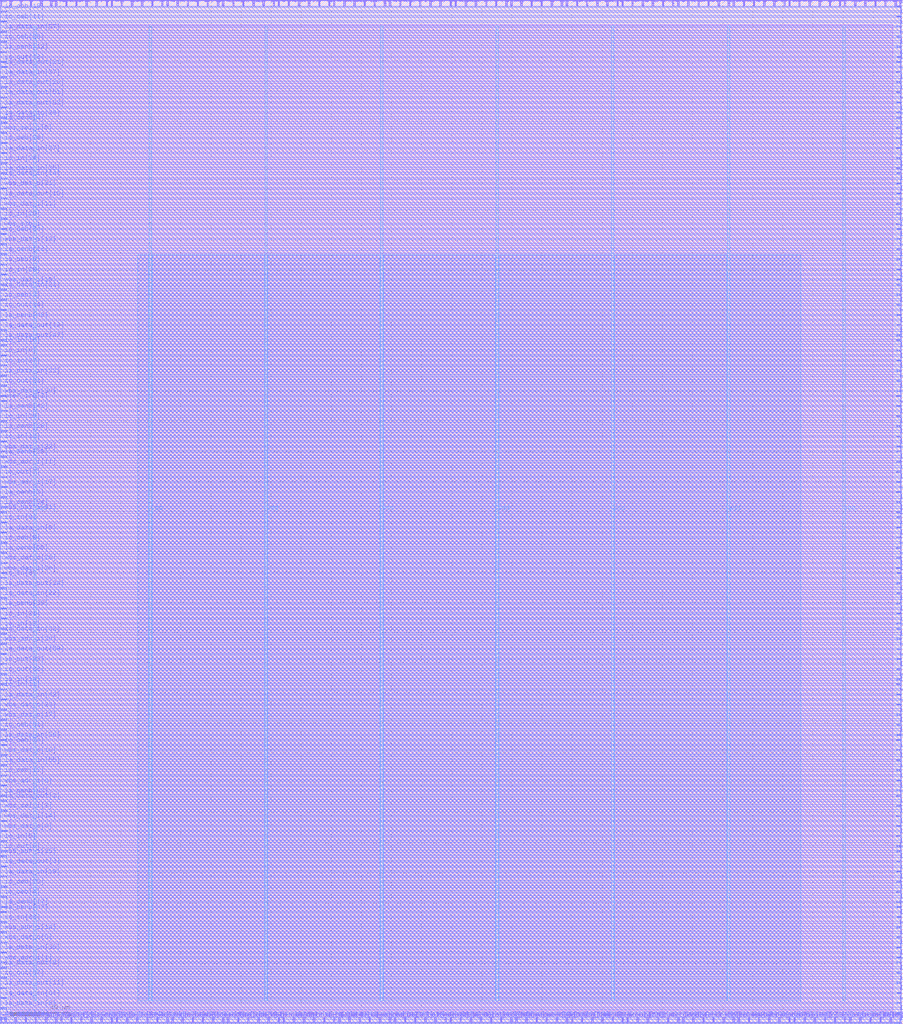
<source format=lef>
VERSION 5.7 ;
  NOWIREEXTENSIONATPIN ON ;
  DIVIDERCHAR "/" ;
  BUSBITCHARS "[]" ;
MACRO tiny_user_project
  CLASS BLOCK ;
  FOREIGN tiny_user_project ;
  ORIGIN 0.000 0.000 ;
  SIZE 600.000 BY 680.000 ;
  PIN io_in[0]
    DIRECTION INPUT ;
    USE SIGNAL ;
    PORT
      LAYER Metal3 ;
        RECT 1.000 443.520 4.000 444.080 ;
    END
  END io_in[0]
  PIN io_in[10]
    DIRECTION INPUT ;
    USE SIGNAL ;
    PORT
      LAYER Metal3 ;
        RECT 1.000 450.240 4.000 450.800 ;
    END
  END io_in[10]
  PIN io_in[11]
    DIRECTION INPUT ;
    USE SIGNAL ;
    PORT
      LAYER Metal3 ;
        RECT 1.000 221.760 4.000 222.320 ;
    END
  END io_in[11]
  PIN io_in[12]
    DIRECTION INPUT ;
    USE SIGNAL ;
    PORT
      LAYER Metal3 ;
        RECT 1.000 386.400 4.000 386.960 ;
    END
  END io_in[12]
  PIN io_in[13]
    DIRECTION INPUT ;
    USE SIGNAL ;
    PORT
      LAYER Metal3 ;
        RECT 1.000 262.080 4.000 262.640 ;
    END
  END io_in[13]
  PIN io_in[14]
    DIRECTION INPUT ;
    USE SIGNAL ;
    PORT
      LAYER Metal3 ;
        RECT 1.000 225.120 4.000 225.680 ;
    END
  END io_in[14]
  PIN io_in[15]
    DIRECTION INPUT ;
    USE SIGNAL ;
    PORT
      LAYER Metal2 ;
        RECT 299.040 676.000 299.600 679.000 ;
    END
  END io_in[15]
  PIN io_in[16]
    DIRECTION INPUT ;
    USE SIGNAL ;
    PORT
      LAYER Metal3 ;
        RECT 596.000 168.000 599.000 168.560 ;
    END
  END io_in[16]
  PIN io_in[17]
    DIRECTION INPUT ;
    USE SIGNAL ;
    PORT
      LAYER Metal3 ;
        RECT 596.000 641.760 599.000 642.320 ;
    END
  END io_in[17]
  PIN io_in[18]
    DIRECTION INPUT ;
    USE SIGNAL ;
    PORT
      LAYER Metal2 ;
        RECT 389.760 676.000 390.320 679.000 ;
    END
  END io_in[18]
  PIN io_in[19]
    DIRECTION INPUT ;
    USE SIGNAL ;
    PORT
      LAYER Metal3 ;
        RECT 596.000 26.880 599.000 27.440 ;
    END
  END io_in[19]
  PIN io_in[1]
    DIRECTION INPUT ;
    USE SIGNAL ;
    PORT
      LAYER Metal2 ;
        RECT 36.960 676.000 37.520 679.000 ;
    END
  END io_in[1]
  PIN io_in[20]
    DIRECTION INPUT ;
    USE SIGNAL ;
    PORT
      LAYER Metal2 ;
        RECT 470.400 676.000 470.960 679.000 ;
    END
  END io_in[20]
  PIN io_in[21]
    DIRECTION INPUT ;
    USE SIGNAL ;
    PORT
      LAYER Metal2 ;
        RECT 450.240 1.000 450.800 4.000 ;
    END
  END io_in[21]
  PIN io_in[22]
    DIRECTION INPUT ;
    USE SIGNAL ;
    PORT
      LAYER Metal2 ;
        RECT 598.080 676.000 598.640 679.000 ;
    END
  END io_in[22]
  PIN io_in[23]
    DIRECTION INPUT ;
    USE SIGNAL ;
    PORT
      LAYER Metal3 ;
        RECT 596.000 594.720 599.000 595.280 ;
    END
  END io_in[23]
  PIN io_in[24]
    DIRECTION INPUT ;
    USE SIGNAL ;
    PORT
      LAYER Metal2 ;
        RECT 527.520 1.000 528.080 4.000 ;
    END
  END io_in[24]
  PIN io_in[25]
    DIRECTION INPUT ;
    USE SIGNAL ;
    PORT
      LAYER Metal2 ;
        RECT 84.000 1.000 84.560 4.000 ;
    END
  END io_in[25]
  PIN io_in[26]
    DIRECTION INPUT ;
    USE SIGNAL ;
    PORT
      LAYER Metal3 ;
        RECT 1.000 534.240 4.000 534.800 ;
    END
  END io_in[26]
  PIN io_in[27]
    DIRECTION INPUT ;
    USE SIGNAL ;
    PORT
      LAYER Metal3 ;
        RECT 1.000 436.800 4.000 437.360 ;
    END
  END io_in[27]
  PIN io_in[28]
    DIRECTION INPUT ;
    USE SIGNAL ;
    PORT
      LAYER Metal3 ;
        RECT 1.000 497.280 4.000 497.840 ;
    END
  END io_in[28]
  PIN io_in[29]
    DIRECTION INPUT ;
    USE SIGNAL ;
    PORT
      LAYER Metal3 ;
        RECT 1.000 399.840 4.000 400.400 ;
    END
  END io_in[29]
  PIN io_in[2]
    DIRECTION INPUT ;
    USE SIGNAL ;
    PORT
      LAYER Metal3 ;
        RECT 596.000 675.360 599.000 675.920 ;
    END
  END io_in[2]
  PIN io_in[30]
    DIRECTION INPUT ;
    USE SIGNAL ;
    PORT
      LAYER Metal2 ;
        RECT 416.640 1.000 417.200 4.000 ;
    END
  END io_in[30]
  PIN io_in[31]
    DIRECTION INPUT ;
    USE SIGNAL ;
    PORT
      LAYER Metal3 ;
        RECT 1.000 268.800 4.000 269.360 ;
    END
  END io_in[31]
  PIN io_in[32]
    DIRECTION INPUT ;
    USE SIGNAL ;
    PORT
      LAYER Metal2 ;
        RECT 540.960 1.000 541.520 4.000 ;
    END
  END io_in[32]
  PIN io_in[33]
    DIRECTION INPUT ;
    USE SIGNAL ;
    PORT
      LAYER Metal3 ;
        RECT 1.000 67.200 4.000 67.760 ;
    END
  END io_in[33]
  PIN io_in[34]
    DIRECTION INPUT ;
    USE SIGNAL ;
    PORT
      LAYER Metal3 ;
        RECT 1.000 571.200 4.000 571.760 ;
    END
  END io_in[34]
  PIN io_in[35]
    DIRECTION INPUT ;
    USE SIGNAL ;
    PORT
      LAYER Metal2 ;
        RECT 530.880 676.000 531.440 679.000 ;
    END
  END io_in[35]
  PIN io_in[36]
    DIRECTION INPUT ;
    USE SIGNAL ;
    PORT
      LAYER Metal3 ;
        RECT 596.000 604.800 599.000 605.360 ;
    END
  END io_in[36]
  PIN io_in[37]
    DIRECTION INPUT ;
    USE SIGNAL ;
    PORT
      LAYER Metal3 ;
        RECT 596.000 527.520 599.000 528.080 ;
    END
  END io_in[37]
  PIN io_in[3]
    DIRECTION INPUT ;
    USE SIGNAL ;
    PORT
      LAYER Metal3 ;
        RECT 596.000 668.640 599.000 669.200 ;
    END
  END io_in[3]
  PIN io_in[4]
    DIRECTION INPUT ;
    USE SIGNAL ;
    PORT
      LAYER Metal3 ;
        RECT 596.000 329.280 599.000 329.840 ;
    END
  END io_in[4]
  PIN io_in[5]
    DIRECTION INPUT ;
    USE SIGNAL ;
    PORT
      LAYER Metal3 ;
        RECT 1.000 120.960 4.000 121.520 ;
    END
  END io_in[5]
  PIN io_in[6]
    DIRECTION INPUT ;
    USE SIGNAL ;
    PORT
      LAYER Metal3 ;
        RECT 596.000 161.280 599.000 161.840 ;
    END
  END io_in[6]
  PIN io_in[7]
    DIRECTION INPUT ;
    USE SIGNAL ;
    PORT
      LAYER Metal2 ;
        RECT 483.840 676.000 484.400 679.000 ;
    END
  END io_in[7]
  PIN io_in[8]
    DIRECTION INPUT ;
    USE SIGNAL ;
    PORT
      LAYER Metal3 ;
        RECT 1.000 295.680 4.000 296.240 ;
    END
  END io_in[8]
  PIN io_in[9]
    DIRECTION INPUT ;
    USE SIGNAL ;
    PORT
      LAYER Metal3 ;
        RECT 1.000 332.640 4.000 333.200 ;
    END
  END io_in[9]
  PIN io_oeb[0]
    DIRECTION OUTPUT TRISTATE ;
    USE SIGNAL ;
    PORT
      LAYER Metal3 ;
        RECT 596.000 490.560 599.000 491.120 ;
    END
  END io_oeb[0]
  PIN io_oeb[10]
    DIRECTION OUTPUT TRISTATE ;
    USE SIGNAL ;
    PORT
      LAYER Metal3 ;
        RECT 596.000 453.600 599.000 454.160 ;
    END
  END io_oeb[10]
  PIN io_oeb[11]
    DIRECTION OUTPUT TRISTATE ;
    USE SIGNAL ;
    PORT
      LAYER Metal3 ;
        RECT 1.000 665.280 4.000 665.840 ;
    END
  END io_oeb[11]
  PIN io_oeb[12]
    DIRECTION OUTPUT TRISTATE ;
    USE SIGNAL ;
    PORT
      LAYER Metal2 ;
        RECT 393.120 1.000 393.680 4.000 ;
    END
  END io_oeb[12]
  PIN io_oeb[13]
    DIRECTION OUTPUT TRISTATE ;
    USE SIGNAL ;
    PORT
      LAYER Metal3 ;
        RECT 1.000 164.640 4.000 165.200 ;
    END
  END io_oeb[13]
  PIN io_oeb[14]
    DIRECTION OUTPUT TRISTATE ;
    USE SIGNAL ;
    PORT
      LAYER Metal2 ;
        RECT 584.640 1.000 585.200 4.000 ;
    END
  END io_oeb[14]
  PIN io_oeb[15]
    DIRECTION OUTPUT TRISTATE ;
    USE SIGNAL ;
    PORT
      LAYER Metal2 ;
        RECT 366.240 676.000 366.800 679.000 ;
    END
  END io_oeb[15]
  PIN io_oeb[16]
    DIRECTION OUTPUT TRISTATE ;
    USE SIGNAL ;
    PORT
      LAYER Metal2 ;
        RECT 184.800 1.000 185.360 4.000 ;
    END
  END io_oeb[16]
  PIN io_oeb[17]
    DIRECTION OUTPUT TRISTATE ;
    USE SIGNAL ;
    PORT
      LAYER Metal2 ;
        RECT 60.480 1.000 61.040 4.000 ;
    END
  END io_oeb[17]
  PIN io_oeb[18]
    DIRECTION OUTPUT TRISTATE ;
    USE SIGNAL ;
    PORT
      LAYER Metal3 ;
        RECT 1.000 672.000 4.000 672.560 ;
    END
  END io_oeb[18]
  PIN io_oeb[19]
    DIRECTION OUTPUT TRISTATE ;
    USE SIGNAL ;
    PORT
      LAYER Metal2 ;
        RECT 184.800 676.000 185.360 679.000 ;
    END
  END io_oeb[19]
  PIN io_oeb[1]
    DIRECTION OUTPUT TRISTATE ;
    USE SIGNAL ;
    PORT
      LAYER Metal2 ;
        RECT 131.040 676.000 131.600 679.000 ;
    END
  END io_oeb[1]
  PIN io_oeb[20]
    DIRECTION OUTPUT TRISTATE ;
    USE SIGNAL ;
    PORT
      LAYER Metal2 ;
        RECT 329.280 676.000 329.840 679.000 ;
    END
  END io_oeb[20]
  PIN io_oeb[21]
    DIRECTION OUTPUT TRISTATE ;
    USE SIGNAL ;
    PORT
      LAYER Metal2 ;
        RECT 547.680 1.000 548.240 4.000 ;
    END
  END io_oeb[21]
  PIN io_oeb[22]
    DIRECTION OUTPUT TRISTATE ;
    USE SIGNAL ;
    PORT
      LAYER Metal3 ;
        RECT 596.000 204.960 599.000 205.520 ;
    END
  END io_oeb[22]
  PIN io_oeb[23]
    DIRECTION OUTPUT TRISTATE ;
    USE SIGNAL ;
    PORT
      LAYER Metal2 ;
        RECT 581.280 676.000 581.840 679.000 ;
    END
  END io_oeb[23]
  PIN io_oeb[24]
    DIRECTION OUTPUT TRISTATE ;
    USE SIGNAL ;
    PORT
      LAYER Metal3 ;
        RECT 1.000 184.800 4.000 185.360 ;
    END
  END io_oeb[24]
  PIN io_oeb[25]
    DIRECTION OUTPUT TRISTATE ;
    USE SIGNAL ;
    PORT
      LAYER Metal3 ;
        RECT 1.000 90.720 4.000 91.280 ;
    END
  END io_oeb[25]
  PIN io_oeb[26]
    DIRECTION OUTPUT TRISTATE ;
    USE SIGNAL ;
    PORT
      LAYER Metal3 ;
        RECT 1.000 584.640 4.000 585.200 ;
    END
  END io_oeb[26]
  PIN io_oeb[27]
    DIRECTION OUTPUT TRISTATE ;
    USE SIGNAL ;
    PORT
      LAYER Metal2 ;
        RECT 534.240 1.000 534.800 4.000 ;
    END
  END io_oeb[27]
  PIN io_oeb[28]
    DIRECTION OUTPUT TRISTATE ;
    USE SIGNAL ;
    PORT
      LAYER Metal3 ;
        RECT 1.000 651.840 4.000 652.400 ;
    END
  END io_oeb[28]
  PIN io_oeb[29]
    DIRECTION OUTPUT TRISTATE ;
    USE SIGNAL ;
    PORT
      LAYER Metal3 ;
        RECT 596.000 366.240 599.000 366.800 ;
    END
  END io_oeb[29]
  PIN io_oeb[2]
    DIRECTION OUTPUT TRISTATE ;
    USE SIGNAL ;
    PORT
      LAYER Metal3 ;
        RECT 596.000 285.600 599.000 286.160 ;
    END
  END io_oeb[2]
  PIN io_oeb[30]
    DIRECTION OUTPUT TRISTATE ;
    USE SIGNAL ;
    PORT
      LAYER Metal3 ;
        RECT 596.000 0.000 599.000 0.560 ;
    END
  END io_oeb[30]
  PIN io_oeb[31]
    DIRECTION OUTPUT TRISTATE ;
    USE SIGNAL ;
    PORT
      LAYER Metal3 ;
        RECT 1.000 194.880 4.000 195.440 ;
    END
  END io_oeb[31]
  PIN io_oeb[32]
    DIRECTION OUTPUT TRISTATE ;
    USE SIGNAL ;
    PORT
      LAYER Metal2 ;
        RECT 520.800 676.000 521.360 679.000 ;
    END
  END io_oeb[32]
  PIN io_oeb[33]
    DIRECTION OUTPUT TRISTATE ;
    USE SIGNAL ;
    PORT
      LAYER Metal3 ;
        RECT 596.000 144.480 599.000 145.040 ;
    END
  END io_oeb[33]
  PIN io_oeb[34]
    DIRECTION OUTPUT TRISTATE ;
    USE SIGNAL ;
    PORT
      LAYER Metal3 ;
        RECT 1.000 524.160 4.000 524.720 ;
    END
  END io_oeb[34]
  PIN io_oeb[35]
    DIRECTION OUTPUT TRISTATE ;
    USE SIGNAL ;
    PORT
      LAYER Metal3 ;
        RECT 596.000 618.240 599.000 618.800 ;
    END
  END io_oeb[35]
  PIN io_oeb[36]
    DIRECTION OUTPUT TRISTATE ;
    USE SIGNAL ;
    PORT
      LAYER Metal2 ;
        RECT 315.840 676.000 316.400 679.000 ;
    END
  END io_oeb[36]
  PIN io_oeb[37]
    DIRECTION OUTPUT TRISTATE ;
    USE SIGNAL ;
    PORT
      LAYER Metal3 ;
        RECT 596.000 299.040 599.000 299.600 ;
    END
  END io_oeb[37]
  PIN io_oeb[3]
    DIRECTION OUTPUT TRISTATE ;
    USE SIGNAL ;
    PORT
      LAYER Metal3 ;
        RECT 1.000 480.480 4.000 481.040 ;
    END
  END io_oeb[3]
  PIN io_oeb[4]
    DIRECTION OUTPUT TRISTATE ;
    USE SIGNAL ;
    PORT
      LAYER Metal3 ;
        RECT 1.000 84.000 4.000 84.560 ;
    END
  END io_oeb[4]
  PIN io_oeb[5]
    DIRECTION OUTPUT TRISTATE ;
    USE SIGNAL ;
    PORT
      LAYER Metal2 ;
        RECT 426.720 676.000 427.280 679.000 ;
    END
  END io_oeb[5]
  PIN io_oeb[6]
    DIRECTION OUTPUT TRISTATE ;
    USE SIGNAL ;
    PORT
      LAYER Metal3 ;
        RECT 1.000 504.000 4.000 504.560 ;
    END
  END io_oeb[6]
  PIN io_oeb[7]
    DIRECTION OUTPUT TRISTATE ;
    USE SIGNAL ;
    PORT
      LAYER Metal2 ;
        RECT 265.440 676.000 266.000 679.000 ;
    END
  END io_oeb[7]
  PIN io_oeb[8]
    DIRECTION OUTPUT TRISTATE ;
    USE SIGNAL ;
    PORT
      LAYER Metal3 ;
        RECT 1.000 319.200 4.000 319.760 ;
    END
  END io_oeb[8]
  PIN io_oeb[9]
    DIRECTION OUTPUT TRISTATE ;
    USE SIGNAL ;
    PORT
      LAYER Metal3 ;
        RECT 596.000 661.920 599.000 662.480 ;
    END
  END io_oeb[9]
  PIN io_out[0]
    DIRECTION OUTPUT TRISTATE ;
    USE SIGNAL ;
    PORT
      LAYER Metal2 ;
        RECT 63.840 676.000 64.400 679.000 ;
    END
  END io_out[0]
  PIN io_out[10]
    DIRECTION OUTPUT TRISTATE ;
    USE SIGNAL ;
    PORT
      LAYER Metal2 ;
        RECT 154.560 676.000 155.120 679.000 ;
    END
  END io_out[10]
  PIN io_out[11]
    DIRECTION OUTPUT TRISTATE ;
    USE SIGNAL ;
    PORT
      LAYER Metal2 ;
        RECT 413.280 1.000 413.840 4.000 ;
    END
  END io_out[11]
  PIN io_out[12]
    DIRECTION OUTPUT TRISTATE ;
    USE SIGNAL ;
    PORT
      LAYER Metal2 ;
        RECT 588.000 676.000 588.560 679.000 ;
    END
  END io_out[12]
  PIN io_out[13]
    DIRECTION OUTPUT TRISTATE ;
    USE SIGNAL ;
    PORT
      LAYER Metal3 ;
        RECT 1.000 638.400 4.000 638.960 ;
    END
  END io_out[13]
  PIN io_out[14]
    DIRECTION OUTPUT TRISTATE ;
    USE SIGNAL ;
    PORT
      LAYER Metal3 ;
        RECT 1.000 473.760 4.000 474.320 ;
    END
  END io_out[14]
  PIN io_out[15]
    DIRECTION OUTPUT TRISTATE ;
    USE SIGNAL ;
    PORT
      LAYER Metal2 ;
        RECT 258.720 1.000 259.280 4.000 ;
    END
  END io_out[15]
  PIN io_out[16]
    DIRECTION OUTPUT TRISTATE ;
    USE SIGNAL ;
    PORT
      LAYER Metal3 ;
        RECT 596.000 574.560 599.000 575.120 ;
    END
  END io_out[16]
  PIN io_out[17]
    DIRECTION OUTPUT TRISTATE ;
    USE SIGNAL ;
    PORT
      LAYER Metal2 ;
        RECT 73.920 1.000 74.480 4.000 ;
    END
  END io_out[17]
  PIN io_out[18]
    DIRECTION OUTPUT TRISTATE ;
    USE SIGNAL ;
    PORT
      LAYER Metal2 ;
        RECT 598.080 1.000 598.640 4.000 ;
    END
  END io_out[18]
  PIN io_out[19]
    DIRECTION OUTPUT TRISTATE ;
    USE SIGNAL ;
    PORT
      LAYER Metal2 ;
        RECT 100.800 676.000 101.360 679.000 ;
    END
  END io_out[19]
  PIN io_out[1]
    DIRECTION OUTPUT TRISTATE ;
    USE SIGNAL ;
    PORT
      LAYER Metal2 ;
        RECT 40.320 1.000 40.880 4.000 ;
    END
  END io_out[1]
  PIN io_out[20]
    DIRECTION OUTPUT TRISTATE ;
    USE SIGNAL ;
    PORT
      LAYER Metal3 ;
        RECT 596.000 100.800 599.000 101.360 ;
    END
  END io_out[20]
  PIN io_out[21]
    DIRECTION OUTPUT TRISTATE ;
    USE SIGNAL ;
    PORT
      LAYER Metal3 ;
        RECT 1.000 423.360 4.000 423.920 ;
    END
  END io_out[21]
  PIN io_out[22]
    DIRECTION OUTPUT TRISTATE ;
    USE SIGNAL ;
    PORT
      LAYER Metal3 ;
        RECT 596.000 181.440 599.000 182.000 ;
    END
  END io_out[22]
  PIN io_out[23]
    DIRECTION OUTPUT TRISTATE ;
    USE SIGNAL ;
    PORT
      LAYER Metal3 ;
        RECT 1.000 238.560 4.000 239.120 ;
    END
  END io_out[23]
  PIN io_out[24]
    DIRECTION OUTPUT TRISTATE ;
    USE SIGNAL ;
    PORT
      LAYER Metal2 ;
        RECT 561.120 1.000 561.680 4.000 ;
    END
  END io_out[24]
  PIN io_out[25]
    DIRECTION OUTPUT TRISTATE ;
    USE SIGNAL ;
    PORT
      LAYER Metal3 ;
        RECT 596.000 57.120 599.000 57.680 ;
    END
  END io_out[25]
  PIN io_out[26]
    DIRECTION OUTPUT TRISTATE ;
    USE SIGNAL ;
    PORT
      LAYER Metal2 ;
        RECT 268.800 1.000 269.360 4.000 ;
    END
  END io_out[26]
  PIN io_out[27]
    DIRECTION OUTPUT TRISTATE ;
    USE SIGNAL ;
    PORT
      LAYER Metal2 ;
        RECT 215.040 1.000 215.600 4.000 ;
    END
  END io_out[27]
  PIN io_out[28]
    DIRECTION OUTPUT TRISTATE ;
    USE SIGNAL ;
    PORT
      LAYER Metal2 ;
        RECT 409.920 676.000 410.480 679.000 ;
    END
  END io_out[28]
  PIN io_out[29]
    DIRECTION OUTPUT TRISTATE ;
    USE SIGNAL ;
    PORT
      LAYER Metal2 ;
        RECT 436.800 1.000 437.360 4.000 ;
    END
  END io_out[29]
  PIN io_out[2]
    DIRECTION OUTPUT TRISTATE ;
    USE SIGNAL ;
    PORT
      LAYER Metal3 ;
        RECT 596.000 265.440 599.000 266.000 ;
    END
  END io_out[2]
  PIN io_out[30]
    DIRECTION OUTPUT TRISTATE ;
    USE SIGNAL ;
    PORT
      LAYER Metal2 ;
        RECT 544.320 676.000 544.880 679.000 ;
    END
  END io_out[30]
  PIN io_out[31]
    DIRECTION OUTPUT TRISTATE ;
    USE SIGNAL ;
    PORT
      LAYER Metal2 ;
        RECT 225.120 1.000 225.680 4.000 ;
    END
  END io_out[31]
  PIN io_out[32]
    DIRECTION OUTPUT TRISTATE ;
    USE SIGNAL ;
    PORT
      LAYER Metal2 ;
        RECT 359.520 676.000 360.080 679.000 ;
    END
  END io_out[32]
  PIN io_out[33]
    DIRECTION OUTPUT TRISTATE ;
    USE SIGNAL ;
    PORT
      LAYER Metal3 ;
        RECT 1.000 231.840 4.000 232.400 ;
    END
  END io_out[33]
  PIN io_out[34]
    DIRECTION OUTPUT TRISTATE ;
    USE SIGNAL ;
    PORT
      LAYER Metal2 ;
        RECT 423.360 1.000 423.920 4.000 ;
    END
  END io_out[34]
  PIN io_out[35]
    DIRECTION OUTPUT TRISTATE ;
    USE SIGNAL ;
    PORT
      LAYER Metal2 ;
        RECT 379.680 1.000 380.240 4.000 ;
    END
  END io_out[35]
  PIN io_out[36]
    DIRECTION OUTPUT TRISTATE ;
    USE SIGNAL ;
    PORT
      LAYER Metal2 ;
        RECT 151.200 1.000 151.760 4.000 ;
    END
  END io_out[36]
  PIN io_out[37]
    DIRECTION OUTPUT TRISTATE ;
    USE SIGNAL ;
    PORT
      LAYER Metal3 ;
        RECT 1.000 30.240 4.000 30.800 ;
    END
  END io_out[37]
  PIN io_out[3]
    DIRECTION OUTPUT TRISTATE ;
    USE SIGNAL ;
    PORT
      LAYER Metal2 ;
        RECT 255.360 676.000 255.920 679.000 ;
    END
  END io_out[3]
  PIN io_out[4]
    DIRECTION OUTPUT TRISTATE ;
    USE SIGNAL ;
    PORT
      LAYER Metal2 ;
        RECT 295.680 1.000 296.240 4.000 ;
    END
  END io_out[4]
  PIN io_out[5]
    DIRECTION OUTPUT TRISTATE ;
    USE SIGNAL ;
    PORT
      LAYER Metal2 ;
        RECT 228.480 676.000 229.040 679.000 ;
    END
  END io_out[5]
  PIN io_out[6]
    DIRECTION OUTPUT TRISTATE ;
    USE SIGNAL ;
    PORT
      LAYER Metal3 ;
        RECT 1.000 114.240 4.000 114.800 ;
    END
  END io_out[6]
  PIN io_out[7]
    DIRECTION OUTPUT TRISTATE ;
    USE SIGNAL ;
    PORT
      LAYER Metal3 ;
        RECT 1.000 362.880 4.000 363.440 ;
    END
  END io_out[7]
  PIN io_out[8]
    DIRECTION OUTPUT TRISTATE ;
    USE SIGNAL ;
    PORT
      LAYER Metal2 ;
        RECT 467.040 1.000 467.600 4.000 ;
    END
  END io_out[8]
  PIN io_out[9]
    DIRECTION OUTPUT TRISTATE ;
    USE SIGNAL ;
    PORT
      LAYER Metal2 ;
        RECT 164.640 1.000 165.200 4.000 ;
    END
  END io_out[9]
  PIN la_data_in[0]
    DIRECTION INPUT ;
    USE SIGNAL ;
    PORT
      LAYER Metal3 ;
        RECT 1.000 325.920 4.000 326.480 ;
    END
  END la_data_in[0]
  PIN la_data_in[10]
    DIRECTION INPUT ;
    USE SIGNAL ;
    PORT
      LAYER Metal3 ;
        RECT 596.000 638.400 599.000 638.960 ;
    END
  END la_data_in[10]
  PIN la_data_in[11]
    DIRECTION INPUT ;
    USE SIGNAL ;
    PORT
      LAYER Metal3 ;
        RECT 596.000 322.560 599.000 323.120 ;
    END
  END la_data_in[11]
  PIN la_data_in[12]
    DIRECTION INPUT ;
    USE SIGNAL ;
    PORT
      LAYER Metal2 ;
        RECT 194.880 1.000 195.440 4.000 ;
    END
  END la_data_in[12]
  PIN la_data_in[13]
    DIRECTION INPUT ;
    USE SIGNAL ;
    PORT
      LAYER Metal2 ;
        RECT 218.400 676.000 218.960 679.000 ;
    END
  END la_data_in[13]
  PIN la_data_in[14]
    DIRECTION INPUT ;
    USE SIGNAL ;
    PORT
      LAYER Metal3 ;
        RECT 1.000 561.120 4.000 561.680 ;
    END
  END la_data_in[14]
  PIN la_data_in[15]
    DIRECTION INPUT ;
    USE SIGNAL ;
    PORT
      LAYER Metal3 ;
        RECT 596.000 500.640 599.000 501.200 ;
    END
  END la_data_in[15]
  PIN la_data_in[16]
    DIRECTION INPUT ;
    USE SIGNAL ;
    PORT
      LAYER Metal2 ;
        RECT 20.160 676.000 20.720 679.000 ;
    END
  END la_data_in[16]
  PIN la_data_in[17]
    DIRECTION INPUT ;
    USE SIGNAL ;
    PORT
      LAYER Metal3 ;
        RECT 596.000 137.760 599.000 138.320 ;
    END
  END la_data_in[17]
  PIN la_data_in[18]
    DIRECTION INPUT ;
    USE SIGNAL ;
    PORT
      LAYER Metal2 ;
        RECT 278.880 676.000 279.440 679.000 ;
    END
  END la_data_in[18]
  PIN la_data_in[19]
    DIRECTION INPUT ;
    USE SIGNAL ;
    PORT
      LAYER Metal3 ;
        RECT 1.000 97.440 4.000 98.000 ;
    END
  END la_data_in[19]
  PIN la_data_in[1]
    DIRECTION INPUT ;
    USE SIGNAL ;
    PORT
      LAYER Metal2 ;
        RECT 107.520 676.000 108.080 679.000 ;
    END
  END la_data_in[1]
  PIN la_data_in[20]
    DIRECTION INPUT ;
    USE SIGNAL ;
    PORT
      LAYER Metal3 ;
        RECT 596.000 174.720 599.000 175.280 ;
    END
  END la_data_in[20]
  PIN la_data_in[21]
    DIRECTION INPUT ;
    USE SIGNAL ;
    PORT
      LAYER Metal3 ;
        RECT 1.000 487.200 4.000 487.760 ;
    END
  END la_data_in[21]
  PIN la_data_in[22]
    DIRECTION INPUT ;
    USE SIGNAL ;
    PORT
      LAYER Metal3 ;
        RECT 1.000 282.240 4.000 282.800 ;
    END
  END la_data_in[22]
  PIN la_data_in[23]
    DIRECTION INPUT ;
    USE SIGNAL ;
    PORT
      LAYER Metal3 ;
        RECT 596.000 520.800 599.000 521.360 ;
    END
  END la_data_in[23]
  PIN la_data_in[24]
    DIRECTION INPUT ;
    USE SIGNAL ;
    PORT
      LAYER Metal2 ;
        RECT 285.600 676.000 286.160 679.000 ;
    END
  END la_data_in[24]
  PIN la_data_in[25]
    DIRECTION INPUT ;
    USE SIGNAL ;
    PORT
      LAYER Metal2 ;
        RECT 94.080 676.000 94.640 679.000 ;
    END
  END la_data_in[25]
  PIN la_data_in[26]
    DIRECTION INPUT ;
    USE SIGNAL ;
    PORT
      LAYER Metal2 ;
        RECT 352.800 676.000 353.360 679.000 ;
    END
  END la_data_in[26]
  PIN la_data_in[27]
    DIRECTION INPUT ;
    USE SIGNAL ;
    PORT
      LAYER Metal3 ;
        RECT 1.000 577.920 4.000 578.480 ;
    END
  END la_data_in[27]
  PIN la_data_in[28]
    DIRECTION INPUT ;
    USE SIGNAL ;
    PORT
      LAYER Metal3 ;
        RECT 1.000 601.440 4.000 602.000 ;
    END
  END la_data_in[28]
  PIN la_data_in[29]
    DIRECTION INPUT ;
    USE SIGNAL ;
    PORT
      LAYER Metal3 ;
        RECT 596.000 198.240 599.000 198.800 ;
    END
  END la_data_in[29]
  PIN la_data_in[2]
    DIRECTION INPUT ;
    USE SIGNAL ;
    PORT
      LAYER Metal2 ;
        RECT 241.920 676.000 242.480 679.000 ;
    END
  END la_data_in[2]
  PIN la_data_in[30]
    DIRECTION INPUT ;
    USE SIGNAL ;
    PORT
      LAYER Metal3 ;
        RECT 1.000 47.040 4.000 47.600 ;
    END
  END la_data_in[30]
  PIN la_data_in[31]
    DIRECTION INPUT ;
    USE SIGNAL ;
    PORT
      LAYER Metal2 ;
        RECT 500.640 676.000 501.200 679.000 ;
    END
  END la_data_in[31]
  PIN la_data_in[32]
    DIRECTION INPUT ;
    USE SIGNAL ;
    PORT
      LAYER Metal3 ;
        RECT 1.000 258.720 4.000 259.280 ;
    END
  END la_data_in[32]
  PIN la_data_in[33]
    DIRECTION INPUT ;
    USE SIGNAL ;
    PORT
      LAYER Metal3 ;
        RECT 1.000 430.080 4.000 430.640 ;
    END
  END la_data_in[33]
  PIN la_data_in[34]
    DIRECTION INPUT ;
    USE SIGNAL ;
    PORT
      LAYER Metal2 ;
        RECT 6.720 676.000 7.280 679.000 ;
    END
  END la_data_in[34]
  PIN la_data_in[35]
    DIRECTION INPUT ;
    USE SIGNAL ;
    PORT
      LAYER Metal3 ;
        RECT 1.000 564.480 4.000 565.040 ;
    END
  END la_data_in[35]
  PIN la_data_in[36]
    DIRECTION INPUT ;
    USE SIGNAL ;
    PORT
      LAYER Metal2 ;
        RECT 453.600 1.000 454.160 4.000 ;
    END
  END la_data_in[36]
  PIN la_data_in[37]
    DIRECTION INPUT ;
    USE SIGNAL ;
    PORT
      LAYER Metal3 ;
        RECT 1.000 628.320 4.000 628.880 ;
    END
  END la_data_in[37]
  PIN la_data_in[38]
    DIRECTION INPUT ;
    USE SIGNAL ;
    PORT
      LAYER Metal2 ;
        RECT 288.960 1.000 289.520 4.000 ;
    END
  END la_data_in[38]
  PIN la_data_in[39]
    DIRECTION INPUT ;
    USE SIGNAL ;
    PORT
      LAYER Metal2 ;
        RECT 309.120 676.000 309.680 679.000 ;
    END
  END la_data_in[39]
  PIN la_data_in[3]
    DIRECTION INPUT ;
    USE SIGNAL ;
    PORT
      LAYER Metal3 ;
        RECT 596.000 389.760 599.000 390.320 ;
    END
  END la_data_in[3]
  PIN la_data_in[40]
    DIRECTION INPUT ;
    USE SIGNAL ;
    PORT
      LAYER Metal2 ;
        RECT 221.760 1.000 222.320 4.000 ;
    END
  END la_data_in[40]
  PIN la_data_in[41]
    DIRECTION INPUT ;
    USE SIGNAL ;
    PORT
      LAYER Metal2 ;
        RECT 305.760 1.000 306.320 4.000 ;
    END
  END la_data_in[41]
  PIN la_data_in[42]
    DIRECTION INPUT ;
    USE SIGNAL ;
    PORT
      LAYER Metal3 ;
        RECT 1.000 215.040 4.000 215.600 ;
    END
  END la_data_in[42]
  PIN la_data_in[43]
    DIRECTION INPUT ;
    USE SIGNAL ;
    PORT
      LAYER Metal2 ;
        RECT 561.120 676.000 561.680 679.000 ;
    END
  END la_data_in[43]
  PIN la_data_in[44]
    DIRECTION INPUT ;
    USE SIGNAL ;
    PORT
      LAYER Metal3 ;
        RECT 596.000 43.680 599.000 44.240 ;
    END
  END la_data_in[44]
  PIN la_data_in[45]
    DIRECTION INPUT ;
    USE SIGNAL ;
    PORT
      LAYER Metal2 ;
        RECT 208.320 1.000 208.880 4.000 ;
    END
  END la_data_in[45]
  PIN la_data_in[46]
    DIRECTION INPUT ;
    USE SIGNAL ;
    PORT
      LAYER Metal3 ;
        RECT 596.000 507.360 599.000 507.920 ;
    END
  END la_data_in[46]
  PIN la_data_in[47]
    DIRECTION INPUT ;
    USE SIGNAL ;
    PORT
      LAYER Metal2 ;
        RECT 399.840 1.000 400.400 4.000 ;
    END
  END la_data_in[47]
  PIN la_data_in[48]
    DIRECTION INPUT ;
    USE SIGNAL ;
    PORT
      LAYER Metal2 ;
        RECT 258.720 676.000 259.280 679.000 ;
    END
  END la_data_in[48]
  PIN la_data_in[49]
    DIRECTION INPUT ;
    USE SIGNAL ;
    PORT
      LAYER Metal2 ;
        RECT 204.960 676.000 205.520 679.000 ;
    END
  END la_data_in[49]
  PIN la_data_in[4]
    DIRECTION INPUT ;
    USE SIGNAL ;
    PORT
      LAYER Metal2 ;
        RECT 13.440 676.000 14.000 679.000 ;
    END
  END la_data_in[4]
  PIN la_data_in[50]
    DIRECTION INPUT ;
    USE SIGNAL ;
    PORT
      LAYER Metal2 ;
        RECT 211.680 676.000 212.240 679.000 ;
    END
  END la_data_in[50]
  PIN la_data_in[51]
    DIRECTION INPUT ;
    USE SIGNAL ;
    PORT
      LAYER Metal2 ;
        RECT 299.040 1.000 299.600 4.000 ;
    END
  END la_data_in[51]
  PIN la_data_in[52]
    DIRECTION INPUT ;
    USE SIGNAL ;
    PORT
      LAYER Metal3 ;
        RECT 596.000 255.360 599.000 255.920 ;
    END
  END la_data_in[52]
  PIN la_data_in[53]
    DIRECTION INPUT ;
    USE SIGNAL ;
    PORT
      LAYER Metal2 ;
        RECT 456.960 676.000 457.520 679.000 ;
    END
  END la_data_in[53]
  PIN la_data_in[54]
    DIRECTION INPUT ;
    USE SIGNAL ;
    PORT
      LAYER Metal2 ;
        RECT 413.280 676.000 413.840 679.000 ;
    END
  END la_data_in[54]
  PIN la_data_in[55]
    DIRECTION INPUT ;
    USE SIGNAL ;
    PORT
      LAYER Metal3 ;
        RECT 1.000 171.360 4.000 171.920 ;
    END
  END la_data_in[55]
  PIN la_data_in[56]
    DIRECTION INPUT ;
    USE SIGNAL ;
    PORT
      LAYER Metal3 ;
        RECT 1.000 188.160 4.000 188.720 ;
    END
  END la_data_in[56]
  PIN la_data_in[57]
    DIRECTION INPUT ;
    USE SIGNAL ;
    PORT
      LAYER Metal3 ;
        RECT 1.000 658.560 4.000 659.120 ;
    END
  END la_data_in[57]
  PIN la_data_in[58]
    DIRECTION INPUT ;
    USE SIGNAL ;
    PORT
      LAYER Metal2 ;
        RECT 231.840 1.000 232.400 4.000 ;
    END
  END la_data_in[58]
  PIN la_data_in[59]
    DIRECTION INPUT ;
    USE SIGNAL ;
    PORT
      LAYER Metal3 ;
        RECT 596.000 624.960 599.000 625.520 ;
    END
  END la_data_in[59]
  PIN la_data_in[5]
    DIRECTION INPUT ;
    USE SIGNAL ;
    PORT
      LAYER Metal2 ;
        RECT 110.880 1.000 111.440 4.000 ;
    END
  END la_data_in[5]
  PIN la_data_in[60]
    DIRECTION INPUT ;
    USE SIGNAL ;
    PORT
      LAYER Metal3 ;
        RECT 596.000 463.680 599.000 464.240 ;
    END
  END la_data_in[60]
  PIN la_data_in[61]
    DIRECTION INPUT ;
    USE SIGNAL ;
    PORT
      LAYER Metal3 ;
        RECT 1.000 16.800 4.000 17.360 ;
    END
  END la_data_in[61]
  PIN la_data_in[62]
    DIRECTION INPUT ;
    USE SIGNAL ;
    PORT
      LAYER Metal2 ;
        RECT 376.320 1.000 376.880 4.000 ;
    END
  END la_data_in[62]
  PIN la_data_in[63]
    DIRECTION INPUT ;
    USE SIGNAL ;
    PORT
      LAYER Metal2 ;
        RECT 124.320 676.000 124.880 679.000 ;
    END
  END la_data_in[63]
  PIN la_data_in[6]
    DIRECTION INPUT ;
    USE SIGNAL ;
    PORT
      LAYER Metal2 ;
        RECT 127.680 1.000 128.240 4.000 ;
    END
  END la_data_in[6]
  PIN la_data_in[7]
    DIRECTION INPUT ;
    USE SIGNAL ;
    PORT
      LAYER Metal3 ;
        RECT 596.000 272.160 599.000 272.720 ;
    END
  END la_data_in[7]
  PIN la_data_in[8]
    DIRECTION INPUT ;
    USE SIGNAL ;
    PORT
      LAYER Metal3 ;
        RECT 1.000 10.080 4.000 10.640 ;
    END
  END la_data_in[8]
  PIN la_data_in[9]
    DIRECTION INPUT ;
    USE SIGNAL ;
    PORT
      LAYER Metal2 ;
        RECT 537.600 676.000 538.160 679.000 ;
    END
  END la_data_in[9]
  PIN la_data_out[0]
    DIRECTION OUTPUT TRISTATE ;
    USE SIGNAL ;
    PORT
      LAYER Metal2 ;
        RECT 514.080 676.000 514.640 679.000 ;
    END
  END la_data_out[0]
  PIN la_data_out[10]
    DIRECTION OUTPUT TRISTATE ;
    USE SIGNAL ;
    PORT
      LAYER Metal3 ;
        RECT 596.000 383.040 599.000 383.600 ;
    END
  END la_data_out[10]
  PIN la_data_out[11]
    DIRECTION OUTPUT TRISTATE ;
    USE SIGNAL ;
    PORT
      LAYER Metal3 ;
        RECT 1.000 23.520 4.000 24.080 ;
    END
  END la_data_out[11]
  PIN la_data_out[12]
    DIRECTION OUTPUT TRISTATE ;
    USE SIGNAL ;
    PORT
      LAYER Metal3 ;
        RECT 1.000 460.320 4.000 460.880 ;
    END
  END la_data_out[12]
  PIN la_data_out[13]
    DIRECTION OUTPUT TRISTATE ;
    USE SIGNAL ;
    PORT
      LAYER Metal2 ;
        RECT 238.560 1.000 239.120 4.000 ;
    END
  END la_data_out[13]
  PIN la_data_out[14]
    DIRECTION OUTPUT TRISTATE ;
    USE SIGNAL ;
    PORT
      LAYER Metal3 ;
        RECT 596.000 302.400 599.000 302.960 ;
    END
  END la_data_out[14]
  PIN la_data_out[15]
    DIRECTION OUTPUT TRISTATE ;
    USE SIGNAL ;
    PORT
      LAYER Metal3 ;
        RECT 1.000 547.680 4.000 548.240 ;
    END
  END la_data_out[15]
  PIN la_data_out[16]
    DIRECTION OUTPUT TRISTATE ;
    USE SIGNAL ;
    PORT
      LAYER Metal3 ;
        RECT 596.000 396.480 599.000 397.040 ;
    END
  END la_data_out[16]
  PIN la_data_out[17]
    DIRECTION OUTPUT TRISTATE ;
    USE SIGNAL ;
    PORT
      LAYER Metal2 ;
        RECT 272.160 676.000 272.720 679.000 ;
    END
  END la_data_out[17]
  PIN la_data_out[18]
    DIRECTION OUTPUT TRISTATE ;
    USE SIGNAL ;
    PORT
      LAYER Metal3 ;
        RECT 596.000 567.840 599.000 568.400 ;
    END
  END la_data_out[18]
  PIN la_data_out[19]
    DIRECTION OUTPUT TRISTATE ;
    USE SIGNAL ;
    PORT
      LAYER Metal2 ;
        RECT 339.360 1.000 339.920 4.000 ;
    END
  END la_data_out[19]
  PIN la_data_out[1]
    DIRECTION OUTPUT TRISTATE ;
    USE SIGNAL ;
    PORT
      LAYER Metal3 ;
        RECT 596.000 339.360 599.000 339.920 ;
    END
  END la_data_out[1]
  PIN la_data_out[20]
    DIRECTION OUTPUT TRISTATE ;
    USE SIGNAL ;
    PORT
      LAYER Metal3 ;
        RECT 596.000 131.040 599.000 131.600 ;
    END
  END la_data_out[20]
  PIN la_data_out[21]
    DIRECTION OUTPUT TRISTATE ;
    USE SIGNAL ;
    PORT
      LAYER Metal3 ;
        RECT 1.000 635.040 4.000 635.600 ;
    END
  END la_data_out[21]
  PIN la_data_out[22]
    DIRECTION OUTPUT TRISTATE ;
    USE SIGNAL ;
    PORT
      LAYER Metal3 ;
        RECT 596.000 440.160 599.000 440.720 ;
    END
  END la_data_out[22]
  PIN la_data_out[23]
    DIRECTION OUTPUT TRISTATE ;
    USE SIGNAL ;
    PORT
      LAYER Metal2 ;
        RECT 188.160 1.000 188.720 4.000 ;
    END
  END la_data_out[23]
  PIN la_data_out[24]
    DIRECTION OUTPUT TRISTATE ;
    USE SIGNAL ;
    PORT
      LAYER Metal3 ;
        RECT 1.000 288.960 4.000 289.520 ;
    END
  END la_data_out[24]
  PIN la_data_out[25]
    DIRECTION OUTPUT TRISTATE ;
    USE SIGNAL ;
    PORT
      LAYER Metal2 ;
        RECT 342.720 1.000 343.280 4.000 ;
    END
  END la_data_out[25]
  PIN la_data_out[26]
    DIRECTION OUTPUT TRISTATE ;
    USE SIGNAL ;
    PORT
      LAYER Metal3 ;
        RECT 1.000 621.600 4.000 622.160 ;
    END
  END la_data_out[26]
  PIN la_data_out[27]
    DIRECTION OUTPUT TRISTATE ;
    USE SIGNAL ;
    PORT
      LAYER Metal2 ;
        RECT 346.080 676.000 346.640 679.000 ;
    END
  END la_data_out[27]
  PIN la_data_out[28]
    DIRECTION OUTPUT TRISTATE ;
    USE SIGNAL ;
    PORT
      LAYER Metal3 ;
        RECT 596.000 551.040 599.000 551.600 ;
    END
  END la_data_out[28]
  PIN la_data_out[29]
    DIRECTION OUTPUT TRISTATE ;
    USE SIGNAL ;
    PORT
      LAYER Metal2 ;
        RECT 275.520 1.000 276.080 4.000 ;
    END
  END la_data_out[29]
  PIN la_data_out[2]
    DIRECTION OUTPUT TRISTATE ;
    USE SIGNAL ;
    PORT
      LAYER Metal3 ;
        RECT 1.000 147.840 4.000 148.400 ;
    END
  END la_data_out[2]
  PIN la_data_out[30]
    DIRECTION OUTPUT TRISTATE ;
    USE SIGNAL ;
    PORT
      LAYER Metal3 ;
        RECT 596.000 336.000 599.000 336.560 ;
    END
  END la_data_out[30]
  PIN la_data_out[31]
    DIRECTION OUTPUT TRISTATE ;
    USE SIGNAL ;
    PORT
      LAYER Metal3 ;
        RECT 596.000 70.560 599.000 71.120 ;
    END
  END la_data_out[31]
  PIN la_data_out[32]
    DIRECTION OUTPUT TRISTATE ;
    USE SIGNAL ;
    PORT
      LAYER Metal2 ;
        RECT 336.000 676.000 336.560 679.000 ;
    END
  END la_data_out[32]
  PIN la_data_out[33]
    DIRECTION OUTPUT TRISTATE ;
    USE SIGNAL ;
    PORT
      LAYER Metal3 ;
        RECT 596.000 154.560 599.000 155.120 ;
    END
  END la_data_out[33]
  PIN la_data_out[34]
    DIRECTION OUTPUT TRISTATE ;
    USE SIGNAL ;
    PORT
      LAYER Metal2 ;
        RECT 312.480 1.000 313.040 4.000 ;
    END
  END la_data_out[34]
  PIN la_data_out[35]
    DIRECTION OUTPUT TRISTATE ;
    USE SIGNAL ;
    PORT
      LAYER Metal2 ;
        RECT 302.400 676.000 302.960 679.000 ;
    END
  END la_data_out[35]
  PIN la_data_out[36]
    DIRECTION OUTPUT TRISTATE ;
    USE SIGNAL ;
    PORT
      LAYER Metal3 ;
        RECT 596.000 557.760 599.000 558.320 ;
    END
  END la_data_out[36]
  PIN la_data_out[37]
    DIRECTION OUTPUT TRISTATE ;
    USE SIGNAL ;
    PORT
      LAYER Metal3 ;
        RECT 596.000 292.320 599.000 292.880 ;
    END
  END la_data_out[37]
  PIN la_data_out[38]
    DIRECTION OUTPUT TRISTATE ;
    USE SIGNAL ;
    PORT
      LAYER Metal3 ;
        RECT 596.000 50.400 599.000 50.960 ;
    END
  END la_data_out[38]
  PIN la_data_out[39]
    DIRECTION OUTPUT TRISTATE ;
    USE SIGNAL ;
    PORT
      LAYER Metal3 ;
        RECT 596.000 124.320 599.000 124.880 ;
    END
  END la_data_out[39]
  PIN la_data_out[3]
    DIRECTION OUTPUT TRISTATE ;
    USE SIGNAL ;
    PORT
      LAYER Metal3 ;
        RECT 1.000 104.160 4.000 104.720 ;
    END
  END la_data_out[3]
  PIN la_data_out[40]
    DIRECTION OUTPUT TRISTATE ;
    USE SIGNAL ;
    PORT
      LAYER Metal3 ;
        RECT 596.000 20.160 599.000 20.720 ;
    END
  END la_data_out[40]
  PIN la_data_out[41]
    DIRECTION OUTPUT TRISTATE ;
    USE SIGNAL ;
    PORT
      LAYER Metal3 ;
        RECT 596.000 235.200 599.000 235.760 ;
    END
  END la_data_out[41]
  PIN la_data_out[42]
    DIRECTION OUTPUT TRISTATE ;
    USE SIGNAL ;
    PORT
      LAYER Metal3 ;
        RECT 596.000 581.280 599.000 581.840 ;
    END
  END la_data_out[42]
  PIN la_data_out[43]
    DIRECTION OUTPUT TRISTATE ;
    USE SIGNAL ;
    PORT
      LAYER Metal2 ;
        RECT 36.960 1.000 37.520 4.000 ;
    END
  END la_data_out[43]
  PIN la_data_out[44]
    DIRECTION OUTPUT TRISTATE ;
    USE SIGNAL ;
    PORT
      LAYER Metal2 ;
        RECT 262.080 1.000 262.640 4.000 ;
    END
  END la_data_out[44]
  PIN la_data_out[45]
    DIRECTION OUTPUT TRISTATE ;
    USE SIGNAL ;
    PORT
      LAYER Metal2 ;
        RECT 57.120 676.000 57.680 679.000 ;
    END
  END la_data_out[45]
  PIN la_data_out[46]
    DIRECTION OUTPUT TRISTATE ;
    USE SIGNAL ;
    PORT
      LAYER Metal2 ;
        RECT 50.400 676.000 50.960 679.000 ;
    END
  END la_data_out[46]
  PIN la_data_out[47]
    DIRECTION OUTPUT TRISTATE ;
    USE SIGNAL ;
    PORT
      LAYER Metal3 ;
        RECT 1.000 453.600 4.000 454.160 ;
    END
  END la_data_out[47]
  PIN la_data_out[48]
    DIRECTION OUTPUT TRISTATE ;
    USE SIGNAL ;
    PORT
      LAYER Metal2 ;
        RECT 147.840 1.000 148.400 4.000 ;
    END
  END la_data_out[48]
  PIN la_data_out[49]
    DIRECTION OUTPUT TRISTATE ;
    USE SIGNAL ;
    PORT
      LAYER Metal2 ;
        RECT 577.920 1.000 578.480 4.000 ;
    END
  END la_data_out[49]
  PIN la_data_out[4]
    DIRECTION OUTPUT TRISTATE ;
    USE SIGNAL ;
    PORT
      LAYER Metal2 ;
        RECT 322.560 676.000 323.120 679.000 ;
    END
  END la_data_out[4]
  PIN la_data_out[50]
    DIRECTION OUTPUT TRISTATE ;
    USE SIGNAL ;
    PORT
      LAYER Metal2 ;
        RECT 181.440 676.000 182.000 679.000 ;
    END
  END la_data_out[50]
  PIN la_data_out[51]
    DIRECTION OUTPUT TRISTATE ;
    USE SIGNAL ;
    PORT
      LAYER Metal3 ;
        RECT 1.000 614.880 4.000 615.440 ;
    END
  END la_data_out[51]
  PIN la_data_out[52]
    DIRECTION OUTPUT TRISTATE ;
    USE SIGNAL ;
    PORT
      LAYER Metal3 ;
        RECT 596.000 80.640 599.000 81.200 ;
    END
  END la_data_out[52]
  PIN la_data_out[53]
    DIRECTION OUTPUT TRISTATE ;
    USE SIGNAL ;
    PORT
      LAYER Metal3 ;
        RECT 1.000 608.160 4.000 608.720 ;
    END
  END la_data_out[53]
  PIN la_data_out[54]
    DIRECTION OUTPUT TRISTATE ;
    USE SIGNAL ;
    PORT
      LAYER Metal3 ;
        RECT 596.000 477.120 599.000 477.680 ;
    END
  END la_data_out[54]
  PIN la_data_out[55]
    DIRECTION OUTPUT TRISTATE ;
    USE SIGNAL ;
    PORT
      LAYER Metal2 ;
        RECT 198.240 676.000 198.800 679.000 ;
    END
  END la_data_out[55]
  PIN la_data_out[56]
    DIRECTION OUTPUT TRISTATE ;
    USE SIGNAL ;
    PORT
      LAYER Metal3 ;
        RECT 596.000 191.520 599.000 192.080 ;
    END
  END la_data_out[56]
  PIN la_data_out[57]
    DIRECTION OUTPUT TRISTATE ;
    USE SIGNAL ;
    PORT
      LAYER Metal2 ;
        RECT 446.880 676.000 447.440 679.000 ;
    END
  END la_data_out[57]
  PIN la_data_out[58]
    DIRECTION OUTPUT TRISTATE ;
    USE SIGNAL ;
    PORT
      LAYER Metal3 ;
        RECT 596.000 483.840 599.000 484.400 ;
    END
  END la_data_out[58]
  PIN la_data_out[59]
    DIRECTION OUTPUT TRISTATE ;
    USE SIGNAL ;
    PORT
      LAYER Metal3 ;
        RECT 1.000 245.280 4.000 245.840 ;
    END
  END la_data_out[59]
  PIN la_data_out[5]
    DIRECTION OUTPUT TRISTATE ;
    USE SIGNAL ;
    PORT
      LAYER Metal3 ;
        RECT 596.000 420.000 599.000 420.560 ;
    END
  END la_data_out[5]
  PIN la_data_out[60]
    DIRECTION OUTPUT TRISTATE ;
    USE SIGNAL ;
    PORT
      LAYER Metal2 ;
        RECT 477.120 676.000 477.680 679.000 ;
    END
  END la_data_out[60]
  PIN la_data_out[61]
    DIRECTION OUTPUT TRISTATE ;
    USE SIGNAL ;
    PORT
      LAYER Metal2 ;
        RECT 171.360 1.000 171.920 4.000 ;
    END
  END la_data_out[61]
  PIN la_data_out[62]
    DIRECTION OUTPUT TRISTATE ;
    USE SIGNAL ;
    PORT
      LAYER Metal2 ;
        RECT 554.400 1.000 554.960 4.000 ;
    END
  END la_data_out[62]
  PIN la_data_out[63]
    DIRECTION OUTPUT TRISTATE ;
    USE SIGNAL ;
    PORT
      LAYER Metal3 ;
        RECT 596.000 87.360 599.000 87.920 ;
    END
  END la_data_out[63]
  PIN la_data_out[6]
    DIRECTION OUTPUT TRISTATE ;
    USE SIGNAL ;
    PORT
      LAYER Metal3 ;
        RECT 596.000 225.120 599.000 225.680 ;
    END
  END la_data_out[6]
  PIN la_data_out[7]
    DIRECTION OUTPUT TRISTATE ;
    USE SIGNAL ;
    PORT
      LAYER Metal2 ;
        RECT 574.560 676.000 575.120 679.000 ;
    END
  END la_data_out[7]
  PIN la_data_out[8]
    DIRECTION OUTPUT TRISTATE ;
    USE SIGNAL ;
    PORT
      LAYER Metal3 ;
        RECT 1.000 36.960 4.000 37.520 ;
    END
  END la_data_out[8]
  PIN la_data_out[9]
    DIRECTION OUTPUT TRISTATE ;
    USE SIGNAL ;
    PORT
      LAYER Metal3 ;
        RECT 596.000 346.080 599.000 346.640 ;
    END
  END la_data_out[9]
  PIN la_oenb[0]
    DIRECTION INPUT ;
    USE SIGNAL ;
    PORT
      LAYER Metal3 ;
        RECT 596.000 278.880 599.000 279.440 ;
    END
  END la_oenb[0]
  PIN la_oenb[10]
    DIRECTION INPUT ;
    USE SIGNAL ;
    PORT
      LAYER Metal3 ;
        RECT 596.000 493.920 599.000 494.480 ;
    END
  END la_oenb[10]
  PIN la_oenb[11]
    DIRECTION INPUT ;
    USE SIGNAL ;
    PORT
      LAYER Metal3 ;
        RECT 596.000 403.200 599.000 403.760 ;
    END
  END la_oenb[11]
  PIN la_oenb[12]
    DIRECTION INPUT ;
    USE SIGNAL ;
    PORT
      LAYER Metal3 ;
        RECT 1.000 645.120 4.000 645.680 ;
    END
  END la_oenb[12]
  PIN la_oenb[13]
    DIRECTION INPUT ;
    USE SIGNAL ;
    PORT
      LAYER Metal3 ;
        RECT 1.000 510.720 4.000 511.280 ;
    END
  END la_oenb[13]
  PIN la_oenb[14]
    DIRECTION INPUT ;
    USE SIGNAL ;
    PORT
      LAYER Metal2 ;
        RECT 473.760 1.000 474.320 4.000 ;
    END
  END la_oenb[14]
  PIN la_oenb[15]
    DIRECTION INPUT ;
    USE SIGNAL ;
    PORT
      LAYER Metal2 ;
        RECT 564.480 1.000 565.040 4.000 ;
    END
  END la_oenb[15]
  PIN la_oenb[16]
    DIRECTION INPUT ;
    USE SIGNAL ;
    PORT
      LAYER Metal2 ;
        RECT 90.720 1.000 91.280 4.000 ;
    END
  END la_oenb[16]
  PIN la_oenb[17]
    DIRECTION INPUT ;
    USE SIGNAL ;
    PORT
      LAYER Metal3 ;
        RECT 1.000 77.280 4.000 77.840 ;
    END
  END la_oenb[17]
  PIN la_oenb[18]
    DIRECTION INPUT ;
    USE SIGNAL ;
    PORT
      LAYER Metal2 ;
        RECT 0.000 676.000 0.560 679.000 ;
    END
  END la_oenb[18]
  PIN la_oenb[19]
    DIRECTION INPUT ;
    USE SIGNAL ;
    PORT
      LAYER Metal3 ;
        RECT 596.000 94.080 599.000 94.640 ;
    END
  END la_oenb[19]
  PIN la_oenb[1]
    DIRECTION INPUT ;
    USE SIGNAL ;
    PORT
      LAYER Metal2 ;
        RECT 80.640 676.000 81.200 679.000 ;
    END
  END la_oenb[1]
  PIN la_oenb[20]
    DIRECTION INPUT ;
    USE SIGNAL ;
    PORT
      LAYER Metal3 ;
        RECT 1.000 376.320 4.000 376.880 ;
    END
  END la_oenb[20]
  PIN la_oenb[21]
    DIRECTION INPUT ;
    USE SIGNAL ;
    PORT
      LAYER Metal2 ;
        RECT 221.760 676.000 222.320 679.000 ;
    END
  END la_oenb[21]
  PIN la_oenb[22]
    DIRECTION INPUT ;
    USE SIGNAL ;
    PORT
      LAYER Metal2 ;
        RECT 433.440 676.000 434.000 679.000 ;
    END
  END la_oenb[22]
  PIN la_oenb[23]
    DIRECTION INPUT ;
    USE SIGNAL ;
    PORT
      LAYER Metal2 ;
        RECT 178.080 1.000 178.640 4.000 ;
    END
  END la_oenb[23]
  PIN la_oenb[24]
    DIRECTION INPUT ;
    USE SIGNAL ;
    PORT
      LAYER Metal3 ;
        RECT 596.000 433.440 599.000 434.000 ;
    END
  END la_oenb[24]
  PIN la_oenb[25]
    DIRECTION INPUT ;
    USE SIGNAL ;
    PORT
      LAYER Metal2 ;
        RECT 571.200 1.000 571.760 4.000 ;
    END
  END la_oenb[25]
  PIN la_oenb[26]
    DIRECTION INPUT ;
    USE SIGNAL ;
    PORT
      LAYER Metal2 ;
        RECT 87.360 676.000 87.920 679.000 ;
    END
  END la_oenb[26]
  PIN la_oenb[27]
    DIRECTION INPUT ;
    USE SIGNAL ;
    PORT
      LAYER Metal2 ;
        RECT 114.240 1.000 114.800 4.000 ;
    END
  END la_oenb[27]
  PIN la_oenb[28]
    DIRECTION INPUT ;
    USE SIGNAL ;
    PORT
      LAYER Metal3 ;
        RECT 1.000 393.120 4.000 393.680 ;
    END
  END la_oenb[28]
  PIN la_oenb[29]
    DIRECTION INPUT ;
    USE SIGNAL ;
    PORT
      LAYER Metal3 ;
        RECT 596.000 648.480 599.000 649.040 ;
    END
  END la_oenb[29]
  PIN la_oenb[2]
    DIRECTION INPUT ;
    USE SIGNAL ;
    PORT
      LAYER Metal2 ;
        RECT 594.720 676.000 595.280 679.000 ;
    END
  END la_oenb[2]
  PIN la_oenb[30]
    DIRECTION INPUT ;
    USE SIGNAL ;
    PORT
      LAYER Metal3 ;
        RECT 596.000 588.000 599.000 588.560 ;
    END
  END la_oenb[30]
  PIN la_oenb[31]
    DIRECTION INPUT ;
    USE SIGNAL ;
    PORT
      LAYER Metal2 ;
        RECT 235.200 676.000 235.760 679.000 ;
    END
  END la_oenb[31]
  PIN la_oenb[32]
    DIRECTION INPUT ;
    USE SIGNAL ;
    PORT
      LAYER Metal3 ;
        RECT 596.000 564.480 599.000 565.040 ;
    END
  END la_oenb[32]
  PIN la_oenb[33]
    DIRECTION INPUT ;
    USE SIGNAL ;
    PORT
      LAYER Metal2 ;
        RECT 325.920 1.000 326.480 4.000 ;
    END
  END la_oenb[33]
  PIN la_oenb[34]
    DIRECTION INPUT ;
    USE SIGNAL ;
    PORT
      LAYER Metal2 ;
        RECT 70.560 676.000 71.120 679.000 ;
    END
  END la_oenb[34]
  PIN la_oenb[35]
    DIRECTION INPUT ;
    USE SIGNAL ;
    PORT
      LAYER Metal2 ;
        RECT 16.800 1.000 17.360 4.000 ;
    END
  END la_oenb[35]
  PIN la_oenb[36]
    DIRECTION INPUT ;
    USE SIGNAL ;
    PORT
      LAYER Metal2 ;
        RECT 3.360 1.000 3.920 4.000 ;
    END
  END la_oenb[36]
  PIN la_oenb[37]
    DIRECTION INPUT ;
    USE SIGNAL ;
    PORT
      LAYER Metal2 ;
        RECT 43.680 676.000 44.240 679.000 ;
    END
  END la_oenb[37]
  PIN la_oenb[38]
    DIRECTION INPUT ;
    USE SIGNAL ;
    PORT
      LAYER Metal2 ;
        RECT 332.640 1.000 333.200 4.000 ;
    END
  END la_oenb[38]
  PIN la_oenb[39]
    DIRECTION INPUT ;
    USE SIGNAL ;
    PORT
      LAYER Metal3 ;
        RECT 1.000 275.520 4.000 276.080 ;
    END
  END la_oenb[39]
  PIN la_oenb[3]
    DIRECTION INPUT ;
    USE SIGNAL ;
    PORT
      LAYER Metal3 ;
        RECT 1.000 349.440 4.000 350.000 ;
    END
  END la_oenb[3]
  PIN la_oenb[40]
    DIRECTION INPUT ;
    USE SIGNAL ;
    PORT
      LAYER Metal3 ;
        RECT 596.000 117.600 599.000 118.160 ;
    END
  END la_oenb[40]
  PIN la_oenb[41]
    DIRECTION INPUT ;
    USE SIGNAL ;
    PORT
      LAYER Metal2 ;
        RECT 191.520 676.000 192.080 679.000 ;
    END
  END la_oenb[41]
  PIN la_oenb[42]
    DIRECTION INPUT ;
    USE SIGNAL ;
    PORT
      LAYER Metal3 ;
        RECT 1.000 406.560 4.000 407.120 ;
    END
  END la_oenb[42]
  PIN la_oenb[43]
    DIRECTION INPUT ;
    USE SIGNAL ;
    PORT
      LAYER Metal2 ;
        RECT 120.960 1.000 121.520 4.000 ;
    END
  END la_oenb[43]
  PIN la_oenb[44]
    DIRECTION INPUT ;
    USE SIGNAL ;
    PORT
      LAYER Metal2 ;
        RECT 282.240 1.000 282.800 4.000 ;
    END
  END la_oenb[44]
  PIN la_oenb[45]
    DIRECTION INPUT ;
    USE SIGNAL ;
    PORT
      LAYER Metal2 ;
        RECT 487.200 676.000 487.760 679.000 ;
    END
  END la_oenb[45]
  PIN la_oenb[46]
    DIRECTION INPUT ;
    USE SIGNAL ;
    PORT
      LAYER Metal2 ;
        RECT 510.720 1.000 511.280 4.000 ;
    END
  END la_oenb[46]
  PIN la_oenb[47]
    DIRECTION INPUT ;
    USE SIGNAL ;
    PORT
      LAYER Metal3 ;
        RECT 1.000 73.920 4.000 74.480 ;
    END
  END la_oenb[47]
  PIN la_oenb[48]
    DIRECTION INPUT ;
    USE SIGNAL ;
    PORT
      LAYER Metal3 ;
        RECT 1.000 467.040 4.000 467.600 ;
    END
  END la_oenb[48]
  PIN la_oenb[49]
    DIRECTION INPUT ;
    USE SIGNAL ;
    PORT
      LAYER Metal3 ;
        RECT 1.000 3.360 4.000 3.920 ;
    END
  END la_oenb[49]
  PIN la_oenb[4]
    DIRECTION INPUT ;
    USE SIGNAL ;
    PORT
      LAYER Metal3 ;
        RECT 1.000 598.080 4.000 598.640 ;
    END
  END la_oenb[4]
  PIN la_oenb[50]
    DIRECTION INPUT ;
    USE SIGNAL ;
    PORT
      LAYER Metal2 ;
        RECT 490.560 1.000 491.120 4.000 ;
    END
  END la_oenb[50]
  PIN la_oenb[51]
    DIRECTION INPUT ;
    USE SIGNAL ;
    PORT
      LAYER Metal2 ;
        RECT 168.000 676.000 168.560 679.000 ;
    END
  END la_oenb[51]
  PIN la_oenb[52]
    DIRECTION INPUT ;
    USE SIGNAL ;
    PORT
      LAYER Metal3 ;
        RECT 596.000 33.600 599.000 34.160 ;
    END
  END la_oenb[52]
  PIN la_oenb[53]
    DIRECTION INPUT ;
    USE SIGNAL ;
    PORT
      LAYER Metal3 ;
        RECT 596.000 446.880 599.000 447.440 ;
    END
  END la_oenb[53]
  PIN la_oenb[54]
    DIRECTION INPUT ;
    USE SIGNAL ;
    PORT
      LAYER Metal3 ;
        RECT 1.000 342.720 4.000 343.280 ;
    END
  END la_oenb[54]
  PIN la_oenb[55]
    DIRECTION INPUT ;
    USE SIGNAL ;
    PORT
      LAYER Metal3 ;
        RECT 596.000 372.960 599.000 373.520 ;
    END
  END la_oenb[55]
  PIN la_oenb[56]
    DIRECTION INPUT ;
    USE SIGNAL ;
    PORT
      LAYER Metal2 ;
        RECT 487.200 1.000 487.760 4.000 ;
    END
  END la_oenb[56]
  PIN la_oenb[57]
    DIRECTION INPUT ;
    USE SIGNAL ;
    PORT
      LAYER Metal2 ;
        RECT 524.160 676.000 524.720 679.000 ;
    END
  END la_oenb[57]
  PIN la_oenb[58]
    DIRECTION INPUT ;
    USE SIGNAL ;
    PORT
      LAYER Metal3 ;
        RECT 596.000 107.520 599.000 108.080 ;
    END
  END la_oenb[58]
  PIN la_oenb[59]
    DIRECTION INPUT ;
    USE SIGNAL ;
    PORT
      LAYER Metal2 ;
        RECT 339.360 676.000 339.920 679.000 ;
    END
  END la_oenb[59]
  PIN la_oenb[5]
    DIRECTION INPUT ;
    USE SIGNAL ;
    PORT
      LAYER Metal2 ;
        RECT 591.360 1.000 591.920 4.000 ;
    END
  END la_oenb[5]
  PIN la_oenb[60]
    DIRECTION INPUT ;
    USE SIGNAL ;
    PORT
      LAYER Metal3 ;
        RECT 1.000 312.480 4.000 313.040 ;
    END
  END la_oenb[60]
  PIN la_oenb[61]
    DIRECTION INPUT ;
    USE SIGNAL ;
    PORT
      LAYER Metal2 ;
        RECT 77.280 1.000 77.840 4.000 ;
    END
  END la_oenb[61]
  PIN la_oenb[62]
    DIRECTION INPUT ;
    USE SIGNAL ;
    PORT
      LAYER Metal3 ;
        RECT 596.000 359.520 599.000 360.080 ;
    END
  END la_oenb[62]
  PIN la_oenb[63]
    DIRECTION INPUT ;
    USE SIGNAL ;
    PORT
      LAYER Metal3 ;
        RECT 1.000 151.200 4.000 151.760 ;
    END
  END la_oenb[63]
  PIN la_oenb[6]
    DIRECTION INPUT ;
    USE SIGNAL ;
    PORT
      LAYER Metal3 ;
        RECT 596.000 456.960 599.000 457.520 ;
    END
  END la_oenb[6]
  PIN la_oenb[7]
    DIRECTION INPUT ;
    USE SIGNAL ;
    PORT
      LAYER Metal2 ;
        RECT 157.920 1.000 158.480 4.000 ;
    END
  END la_oenb[7]
  PIN la_oenb[8]
    DIRECTION INPUT ;
    USE SIGNAL ;
    PORT
      LAYER Metal3 ;
        RECT 596.000 6.720 599.000 7.280 ;
    END
  END la_oenb[8]
  PIN la_oenb[9]
    DIRECTION INPUT ;
    USE SIGNAL ;
    PORT
      LAYER Metal2 ;
        RECT 144.480 676.000 145.040 679.000 ;
    END
  END la_oenb[9]
  PIN user_clock2
    DIRECTION INPUT ;
    USE SIGNAL ;
    PORT
      LAYER Metal2 ;
        RECT 507.360 676.000 507.920 679.000 ;
    END
  END user_clock2
  PIN user_irq[0]
    DIRECTION OUTPUT TRISTATE ;
    USE SIGNAL ;
    PORT
      LAYER Metal3 ;
        RECT 596.000 530.880 599.000 531.440 ;
    END
  END user_irq[0]
  PIN user_irq[1]
    DIRECTION OUTPUT TRISTATE ;
    USE SIGNAL ;
    PORT
      LAYER Metal2 ;
        RECT 117.600 676.000 118.160 679.000 ;
    END
  END user_irq[1]
  PIN user_irq[2]
    DIRECTION OUTPUT TRISTATE ;
    USE SIGNAL ;
    PORT
      LAYER Metal3 ;
        RECT 1.000 413.280 4.000 413.840 ;
    END
  END user_irq[2]
  PIN vdd
    DIRECTION INOUT ;
    USE POWER ;
    PORT
      LAYER Metal4 ;
        RECT 22.240 15.380 23.840 662.780 ;
    END
    PORT
      LAYER Metal4 ;
        RECT 175.840 15.380 177.440 662.780 ;
    END
    PORT
      LAYER Metal4 ;
        RECT 329.440 15.380 331.040 662.780 ;
    END
    PORT
      LAYER Metal4 ;
        RECT 483.040 15.380 484.640 662.780 ;
    END
  END vdd
  PIN vss
    DIRECTION INOUT ;
    USE GROUND ;
    PORT
      LAYER Metal4 ;
        RECT 99.040 15.380 100.640 662.780 ;
    END
    PORT
      LAYER Metal4 ;
        RECT 252.640 15.380 254.240 662.780 ;
    END
    PORT
      LAYER Metal4 ;
        RECT 406.240 15.380 407.840 662.780 ;
    END
    PORT
      LAYER Metal4 ;
        RECT 559.840 15.380 561.440 662.780 ;
    END
  END vss
  PIN wb_clk_i
    DIRECTION INPUT ;
    USE SIGNAL ;
    PORT
      LAYER Metal3 ;
        RECT 596.000 151.200 599.000 151.760 ;
    END
  END wb_clk_i
  PIN wb_rst_i
    DIRECTION INPUT ;
    USE SIGNAL ;
    PORT
      LAYER Metal2 ;
        RECT 73.920 676.000 74.480 679.000 ;
    END
  END wb_rst_i
  PIN wbs_ack_o
    DIRECTION OUTPUT TRISTATE ;
    USE SIGNAL ;
    PORT
      LAYER Metal3 ;
        RECT 596.000 262.080 599.000 262.640 ;
    END
  END wbs_ack_o
  PIN wbs_adr_i[0]
    DIRECTION INPUT ;
    USE SIGNAL ;
    PORT
      LAYER Metal2 ;
        RECT 383.040 676.000 383.600 679.000 ;
    END
  END wbs_adr_i[0]
  PIN wbs_adr_i[10]
    DIRECTION INPUT ;
    USE SIGNAL ;
    PORT
      LAYER Metal2 ;
        RECT 248.640 676.000 249.200 679.000 ;
    END
  END wbs_adr_i[10]
  PIN wbs_adr_i[11]
    DIRECTION INPUT ;
    USE SIGNAL ;
    PORT
      LAYER Metal3 ;
        RECT 1.000 369.600 4.000 370.160 ;
    END
  END wbs_adr_i[11]
  PIN wbs_adr_i[12]
    DIRECTION INPUT ;
    USE SIGNAL ;
    PORT
      LAYER Metal2 ;
        RECT 53.760 1.000 54.320 4.000 ;
    END
  END wbs_adr_i[12]
  PIN wbs_adr_i[13]
    DIRECTION INPUT ;
    USE SIGNAL ;
    PORT
      LAYER Metal2 ;
        RECT 356.160 1.000 356.720 4.000 ;
    END
  END wbs_adr_i[13]
  PIN wbs_adr_i[14]
    DIRECTION INPUT ;
    USE SIGNAL ;
    PORT
      LAYER Metal3 ;
        RECT 1.000 60.480 4.000 61.040 ;
    END
  END wbs_adr_i[14]
  PIN wbs_adr_i[15]
    DIRECTION INPUT ;
    USE SIGNAL ;
    PORT
      LAYER Metal3 ;
        RECT 596.000 470.400 599.000 470.960 ;
    END
  END wbs_adr_i[15]
  PIN wbs_adr_i[16]
    DIRECTION INPUT ;
    USE SIGNAL ;
    PORT
      LAYER Metal2 ;
        RECT 406.560 1.000 407.120 4.000 ;
    END
  END wbs_adr_i[16]
  PIN wbs_adr_i[17]
    DIRECTION INPUT ;
    USE SIGNAL ;
    PORT
      LAYER Metal3 ;
        RECT 1.000 356.160 4.000 356.720 ;
    END
  END wbs_adr_i[17]
  PIN wbs_adr_i[18]
    DIRECTION INPUT ;
    USE SIGNAL ;
    PORT
      LAYER Metal3 ;
        RECT 596.000 241.920 599.000 242.480 ;
    END
  END wbs_adr_i[18]
  PIN wbs_adr_i[19]
    DIRECTION INPUT ;
    USE SIGNAL ;
    PORT
      LAYER Metal3 ;
        RECT 596.000 13.440 599.000 14.000 ;
    END
  END wbs_adr_i[19]
  PIN wbs_adr_i[1]
    DIRECTION INPUT ;
    USE SIGNAL ;
    PORT
      LAYER Metal3 ;
        RECT 1.000 40.320 4.000 40.880 ;
    END
  END wbs_adr_i[1]
  PIN wbs_adr_i[20]
    DIRECTION INPUT ;
    USE SIGNAL ;
    PORT
      LAYER Metal2 ;
        RECT 557.760 676.000 558.320 679.000 ;
    END
  END wbs_adr_i[20]
  PIN wbs_adr_i[21]
    DIRECTION INPUT ;
    USE SIGNAL ;
    PORT
      LAYER Metal2 ;
        RECT 362.880 1.000 363.440 4.000 ;
    END
  END wbs_adr_i[21]
  PIN wbs_adr_i[22]
    DIRECTION INPUT ;
    USE SIGNAL ;
    PORT
      LAYER Metal2 ;
        RECT 517.440 1.000 518.000 4.000 ;
    END
  END wbs_adr_i[22]
  PIN wbs_adr_i[23]
    DIRECTION INPUT ;
    USE SIGNAL ;
    PORT
      LAYER Metal3 ;
        RECT 596.000 188.160 599.000 188.720 ;
    END
  END wbs_adr_i[23]
  PIN wbs_adr_i[24]
    DIRECTION INPUT ;
    USE SIGNAL ;
    PORT
      LAYER Metal2 ;
        RECT 33.600 676.000 34.160 679.000 ;
    END
  END wbs_adr_i[24]
  PIN wbs_adr_i[25]
    DIRECTION INPUT ;
    USE SIGNAL ;
    PORT
      LAYER Metal3 ;
        RECT 1.000 110.880 4.000 111.440 ;
    END
  END wbs_adr_i[25]
  PIN wbs_adr_i[26]
    DIRECTION INPUT ;
    USE SIGNAL ;
    PORT
      LAYER Metal2 ;
        RECT 67.200 1.000 67.760 4.000 ;
    END
  END wbs_adr_i[26]
  PIN wbs_adr_i[27]
    DIRECTION INPUT ;
    USE SIGNAL ;
    PORT
      LAYER Metal2 ;
        RECT 174.720 676.000 175.280 679.000 ;
    END
  END wbs_adr_i[27]
  PIN wbs_adr_i[28]
    DIRECTION INPUT ;
    USE SIGNAL ;
    PORT
      LAYER Metal3 ;
        RECT 596.000 416.640 599.000 417.200 ;
    END
  END wbs_adr_i[28]
  PIN wbs_adr_i[29]
    DIRECTION INPUT ;
    USE SIGNAL ;
    PORT
      LAYER Metal3 ;
        RECT 596.000 655.200 599.000 655.760 ;
    END
  END wbs_adr_i[29]
  PIN wbs_adr_i[2]
    DIRECTION INPUT ;
    USE SIGNAL ;
    PORT
      LAYER Metal2 ;
        RECT 252.000 1.000 252.560 4.000 ;
    END
  END wbs_adr_i[2]
  PIN wbs_adr_i[30]
    DIRECTION INPUT ;
    USE SIGNAL ;
    PORT
      LAYER Metal3 ;
        RECT 1.000 252.000 4.000 252.560 ;
    END
  END wbs_adr_i[30]
  PIN wbs_adr_i[31]
    DIRECTION INPUT ;
    USE SIGNAL ;
    PORT
      LAYER Metal3 ;
        RECT 596.000 309.120 599.000 309.680 ;
    END
  END wbs_adr_i[31]
  PIN wbs_adr_i[3]
    DIRECTION INPUT ;
    USE SIGNAL ;
    PORT
      LAYER Metal2 ;
        RECT 497.280 1.000 497.840 4.000 ;
    END
  END wbs_adr_i[3]
  PIN wbs_adr_i[4]
    DIRECTION INPUT ;
    USE SIGNAL ;
    PORT
      LAYER Metal2 ;
        RECT 450.240 676.000 450.800 679.000 ;
    END
  END wbs_adr_i[4]
  PIN wbs_adr_i[5]
    DIRECTION INPUT ;
    USE SIGNAL ;
    PORT
      LAYER Metal2 ;
        RECT 480.480 1.000 481.040 4.000 ;
    END
  END wbs_adr_i[5]
  PIN wbs_adr_i[6]
    DIRECTION INPUT ;
    USE SIGNAL ;
    PORT
      LAYER Metal3 ;
        RECT 1.000 157.920 4.000 158.480 ;
    END
  END wbs_adr_i[6]
  PIN wbs_adr_i[7]
    DIRECTION INPUT ;
    USE SIGNAL ;
    PORT
      LAYER Metal2 ;
        RECT 30.240 1.000 30.800 4.000 ;
    END
  END wbs_adr_i[7]
  PIN wbs_adr_i[8]
    DIRECTION INPUT ;
    USE SIGNAL ;
    PORT
      LAYER Metal3 ;
        RECT 596.000 40.320 599.000 40.880 ;
    END
  END wbs_adr_i[8]
  PIN wbs_adr_i[9]
    DIRECTION INPUT ;
    USE SIGNAL ;
    PORT
      LAYER Metal3 ;
        RECT 596.000 211.680 599.000 212.240 ;
    END
  END wbs_adr_i[9]
  PIN wbs_cyc_i
    DIRECTION INPUT ;
    USE SIGNAL ;
    PORT
      LAYER Metal2 ;
        RECT 161.280 676.000 161.840 679.000 ;
    END
  END wbs_cyc_i
  PIN wbs_dat_i[0]
    DIRECTION INPUT ;
    USE SIGNAL ;
    PORT
      LAYER Metal3 ;
        RECT 596.000 601.440 599.000 602.000 ;
    END
  END wbs_dat_i[0]
  PIN wbs_dat_i[10]
    DIRECTION INPUT ;
    USE SIGNAL ;
    PORT
      LAYER Metal3 ;
        RECT 1.000 490.560 4.000 491.120 ;
    END
  END wbs_dat_i[10]
  PIN wbs_dat_i[11]
    DIRECTION INPUT ;
    USE SIGNAL ;
    PORT
      LAYER Metal3 ;
        RECT 1.000 540.960 4.000 541.520 ;
    END
  END wbs_dat_i[11]
  PIN wbs_dat_i[12]
    DIRECTION INPUT ;
    USE SIGNAL ;
    PORT
      LAYER Metal3 ;
        RECT 1.000 517.440 4.000 518.000 ;
    END
  END wbs_dat_i[12]
  PIN wbs_dat_i[13]
    DIRECTION INPUT ;
    USE SIGNAL ;
    PORT
      LAYER Metal2 ;
        RECT 23.520 1.000 24.080 4.000 ;
    END
  END wbs_dat_i[13]
  PIN wbs_dat_i[14]
    DIRECTION INPUT ;
    USE SIGNAL ;
    PORT
      LAYER Metal3 ;
        RECT 1.000 134.400 4.000 134.960 ;
    END
  END wbs_dat_i[14]
  PIN wbs_dat_i[15]
    DIRECTION INPUT ;
    USE SIGNAL ;
    PORT
      LAYER Metal3 ;
        RECT 596.000 379.680 599.000 380.240 ;
    END
  END wbs_dat_i[15]
  PIN wbs_dat_i[16]
    DIRECTION INPUT ;
    USE SIGNAL ;
    PORT
      LAYER Metal2 ;
        RECT 369.600 1.000 370.160 4.000 ;
    END
  END wbs_dat_i[16]
  PIN wbs_dat_i[17]
    DIRECTION INPUT ;
    USE SIGNAL ;
    PORT
      LAYER Metal2 ;
        RECT 396.480 676.000 397.040 679.000 ;
    END
  END wbs_dat_i[17]
  PIN wbs_dat_i[18]
    DIRECTION INPUT ;
    USE SIGNAL ;
    PORT
      LAYER Metal2 ;
        RECT 551.040 676.000 551.600 679.000 ;
    END
  END wbs_dat_i[18]
  PIN wbs_dat_i[19]
    DIRECTION INPUT ;
    USE SIGNAL ;
    PORT
      LAYER Metal3 ;
        RECT 1.000 678.720 4.000 679.280 ;
    END
  END wbs_dat_i[19]
  PIN wbs_dat_i[1]
    DIRECTION INPUT ;
    USE SIGNAL ;
    PORT
      LAYER Metal2 ;
        RECT 97.440 1.000 98.000 4.000 ;
    END
  END wbs_dat_i[1]
  PIN wbs_dat_i[20]
    DIRECTION INPUT ;
    USE SIGNAL ;
    PORT
      LAYER Metal3 ;
        RECT 1.000 299.040 4.000 299.600 ;
    END
  END wbs_dat_i[20]
  PIN wbs_dat_i[21]
    DIRECTION INPUT ;
    USE SIGNAL ;
    PORT
      LAYER Metal2 ;
        RECT 567.840 676.000 568.400 679.000 ;
    END
  END wbs_dat_i[21]
  PIN wbs_dat_i[22]
    DIRECTION INPUT ;
    USE SIGNAL ;
    PORT
      LAYER Metal3 ;
        RECT 1.000 379.680 4.000 380.240 ;
    END
  END wbs_dat_i[22]
  PIN wbs_dat_i[23]
    DIRECTION INPUT ;
    USE SIGNAL ;
    PORT
      LAYER Metal3 ;
        RECT 596.000 544.320 599.000 544.880 ;
    END
  END wbs_dat_i[23]
  PIN wbs_dat_i[24]
    DIRECTION INPUT ;
    USE SIGNAL ;
    PORT
      LAYER Metal3 ;
        RECT 596.000 248.640 599.000 249.200 ;
    END
  END wbs_dat_i[24]
  PIN wbs_dat_i[25]
    DIRECTION INPUT ;
    USE SIGNAL ;
    PORT
      LAYER Metal2 ;
        RECT 443.520 1.000 444.080 4.000 ;
    END
  END wbs_dat_i[25]
  PIN wbs_dat_i[26]
    DIRECTION INPUT ;
    USE SIGNAL ;
    PORT
      LAYER Metal2 ;
        RECT 493.920 676.000 494.480 679.000 ;
    END
  END wbs_dat_i[26]
  PIN wbs_dat_i[27]
    DIRECTION INPUT ;
    USE SIGNAL ;
    PORT
      LAYER Metal2 ;
        RECT 110.880 676.000 111.440 679.000 ;
    END
  END wbs_dat_i[27]
  PIN wbs_dat_i[28]
    DIRECTION INPUT ;
    USE SIGNAL ;
    PORT
      LAYER Metal2 ;
        RECT 201.600 1.000 202.160 4.000 ;
    END
  END wbs_dat_i[28]
  PIN wbs_dat_i[29]
    DIRECTION INPUT ;
    USE SIGNAL ;
    PORT
      LAYER Metal3 ;
        RECT 596.000 426.720 599.000 427.280 ;
    END
  END wbs_dat_i[29]
  PIN wbs_dat_i[2]
    DIRECTION INPUT ;
    USE SIGNAL ;
    PORT
      LAYER Metal2 ;
        RECT 524.160 1.000 524.720 4.000 ;
    END
  END wbs_dat_i[2]
  PIN wbs_dat_i[30]
    DIRECTION INPUT ;
    USE SIGNAL ;
    PORT
      LAYER Metal3 ;
        RECT 596.000 228.480 599.000 229.040 ;
    END
  END wbs_dat_i[30]
  PIN wbs_dat_i[31]
    DIRECTION INPUT ;
    USE SIGNAL ;
    PORT
      LAYER Metal3 ;
        RECT 1.000 339.360 4.000 339.920 ;
    END
  END wbs_dat_i[31]
  PIN wbs_dat_i[3]
    DIRECTION INPUT ;
    USE SIGNAL ;
    PORT
      LAYER Metal3 ;
        RECT 596.000 63.840 599.000 64.400 ;
    END
  END wbs_dat_i[3]
  PIN wbs_dat_i[4]
    DIRECTION INPUT ;
    USE SIGNAL ;
    PORT
      LAYER Metal2 ;
        RECT 104.160 1.000 104.720 4.000 ;
    END
  END wbs_dat_i[4]
  PIN wbs_dat_i[5]
    DIRECTION INPUT ;
    USE SIGNAL ;
    PORT
      LAYER Metal2 ;
        RECT 319.200 1.000 319.760 4.000 ;
    END
  END wbs_dat_i[5]
  PIN wbs_dat_i[6]
    DIRECTION INPUT ;
    USE SIGNAL ;
    PORT
      LAYER Metal3 ;
        RECT 596.000 315.840 599.000 316.400 ;
    END
  END wbs_dat_i[6]
  PIN wbs_dat_i[7]
    DIRECTION INPUT ;
    USE SIGNAL ;
    PORT
      LAYER Metal2 ;
        RECT 463.680 676.000 464.240 679.000 ;
    END
  END wbs_dat_i[7]
  PIN wbs_dat_i[8]
    DIRECTION INPUT ;
    USE SIGNAL ;
    PORT
      LAYER Metal3 ;
        RECT 596.000 611.520 599.000 612.080 ;
    END
  END wbs_dat_i[8]
  PIN wbs_dat_i[9]
    DIRECTION INPUT ;
    USE SIGNAL ;
    PORT
      LAYER Metal3 ;
        RECT 596.000 77.280 599.000 77.840 ;
    END
  END wbs_dat_i[9]
  PIN wbs_dat_o[0]
    DIRECTION OUTPUT TRISTATE ;
    USE SIGNAL ;
    PORT
      LAYER Metal3 ;
        RECT 1.000 127.680 4.000 128.240 ;
    END
  END wbs_dat_o[0]
  PIN wbs_dat_o[10]
    DIRECTION OUTPUT TRISTATE ;
    USE SIGNAL ;
    PORT
      LAYER Metal3 ;
        RECT 596.000 409.920 599.000 410.480 ;
    END
  END wbs_dat_o[10]
  PIN wbs_dat_o[11]
    DIRECTION OUTPUT TRISTATE ;
    USE SIGNAL ;
    PORT
      LAYER Metal2 ;
        RECT 10.080 1.000 10.640 4.000 ;
    END
  END wbs_dat_o[11]
  PIN wbs_dat_o[12]
    DIRECTION OUTPUT TRISTATE ;
    USE SIGNAL ;
    PORT
      LAYER Metal3 ;
        RECT 596.000 631.680 599.000 632.240 ;
    END
  END wbs_dat_o[12]
  PIN wbs_dat_o[13]
    DIRECTION OUTPUT TRISTATE ;
    USE SIGNAL ;
    PORT
      LAYER Metal2 ;
        RECT 440.160 676.000 440.720 679.000 ;
    END
  END wbs_dat_o[13]
  PIN wbs_dat_o[14]
    DIRECTION OUTPUT TRISTATE ;
    USE SIGNAL ;
    PORT
      LAYER Metal3 ;
        RECT 596.000 114.240 599.000 114.800 ;
    END
  END wbs_dat_o[14]
  PIN wbs_dat_o[15]
    DIRECTION OUTPUT TRISTATE ;
    USE SIGNAL ;
    PORT
      LAYER Metal2 ;
        RECT 420.000 676.000 420.560 679.000 ;
    END
  END wbs_dat_o[15]
  PIN wbs_dat_o[16]
    DIRECTION OUTPUT TRISTATE ;
    USE SIGNAL ;
    PORT
      LAYER Metal3 ;
        RECT 1.000 178.080 4.000 178.640 ;
    END
  END wbs_dat_o[16]
  PIN wbs_dat_o[17]
    DIRECTION OUTPUT TRISTATE ;
    USE SIGNAL ;
    PORT
      LAYER Metal3 ;
        RECT 1.000 201.600 4.000 202.160 ;
    END
  END wbs_dat_o[17]
  PIN wbs_dat_o[18]
    DIRECTION OUTPUT TRISTATE ;
    USE SIGNAL ;
    PORT
      LAYER Metal2 ;
        RECT 430.080 1.000 430.640 4.000 ;
    END
  END wbs_dat_o[18]
  PIN wbs_dat_o[19]
    DIRECTION OUTPUT TRISTATE ;
    USE SIGNAL ;
    PORT
      LAYER Metal2 ;
        RECT 0.000 1.000 0.560 4.000 ;
    END
  END wbs_dat_o[19]
  PIN wbs_dat_o[1]
    DIRECTION OUTPUT TRISTATE ;
    USE SIGNAL ;
    PORT
      LAYER Metal2 ;
        RECT 504.000 1.000 504.560 4.000 ;
    END
  END wbs_dat_o[1]
  PIN wbs_dat_o[20]
    DIRECTION OUTPUT TRISTATE ;
    USE SIGNAL ;
    PORT
      LAYER Metal3 ;
        RECT 1.000 305.760 4.000 306.320 ;
    END
  END wbs_dat_o[20]
  PIN wbs_dat_o[21]
    DIRECTION OUTPUT TRISTATE ;
    USE SIGNAL ;
    PORT
      LAYER Metal3 ;
        RECT 1.000 554.400 4.000 554.960 ;
    END
  END wbs_dat_o[21]
  PIN wbs_dat_o[22]
    DIRECTION OUTPUT TRISTATE ;
    USE SIGNAL ;
    PORT
      LAYER Metal2 ;
        RECT 137.760 676.000 138.320 679.000 ;
    END
  END wbs_dat_o[22]
  PIN wbs_dat_o[23]
    DIRECTION OUTPUT TRISTATE ;
    USE SIGNAL ;
    PORT
      LAYER Metal3 ;
        RECT 1.000 208.320 4.000 208.880 ;
    END
  END wbs_dat_o[23]
  PIN wbs_dat_o[24]
    DIRECTION OUTPUT TRISTATE ;
    USE SIGNAL ;
    PORT
      LAYER Metal2 ;
        RECT 134.400 1.000 134.960 4.000 ;
    END
  END wbs_dat_o[24]
  PIN wbs_dat_o[25]
    DIRECTION OUTPUT TRISTATE ;
    USE SIGNAL ;
    PORT
      LAYER Metal2 ;
        RECT 47.040 1.000 47.600 4.000 ;
    END
  END wbs_dat_o[25]
  PIN wbs_dat_o[26]
    DIRECTION OUTPUT TRISTATE ;
    USE SIGNAL ;
    PORT
      LAYER Metal2 ;
        RECT 292.320 676.000 292.880 679.000 ;
    END
  END wbs_dat_o[26]
  PIN wbs_dat_o[27]
    DIRECTION OUTPUT TRISTATE ;
    USE SIGNAL ;
    PORT
      LAYER Metal2 ;
        RECT 147.840 676.000 148.400 679.000 ;
    END
  END wbs_dat_o[27]
  PIN wbs_dat_o[28]
    DIRECTION OUTPUT TRISTATE ;
    USE SIGNAL ;
    PORT
      LAYER Metal2 ;
        RECT 349.440 1.000 350.000 4.000 ;
    END
  END wbs_dat_o[28]
  PIN wbs_dat_o[29]
    DIRECTION OUTPUT TRISTATE ;
    USE SIGNAL ;
    PORT
      LAYER Metal2 ;
        RECT 403.200 676.000 403.760 679.000 ;
    END
  END wbs_dat_o[29]
  PIN wbs_dat_o[2]
    DIRECTION OUTPUT TRISTATE ;
    USE SIGNAL ;
    PORT
      LAYER Metal3 ;
        RECT 596.000 218.400 599.000 218.960 ;
    END
  END wbs_dat_o[2]
  PIN wbs_dat_o[30]
    DIRECTION OUTPUT TRISTATE ;
    USE SIGNAL ;
    PORT
      LAYER Metal3 ;
        RECT 1.000 416.640 4.000 417.200 ;
    END
  END wbs_dat_o[30]
  PIN wbs_dat_o[31]
    DIRECTION OUTPUT TRISTATE ;
    USE SIGNAL ;
    PORT
      LAYER Metal3 ;
        RECT 596.000 537.600 599.000 538.160 ;
    END
  END wbs_dat_o[31]
  PIN wbs_dat_o[3]
    DIRECTION OUTPUT TRISTATE ;
    USE SIGNAL ;
    PORT
      LAYER Metal2 ;
        RECT 141.120 1.000 141.680 4.000 ;
    END
  END wbs_dat_o[3]
  PIN wbs_dat_o[4]
    DIRECTION OUTPUT TRISTATE ;
    USE SIGNAL ;
    PORT
      LAYER Metal2 ;
        RECT 245.280 1.000 245.840 4.000 ;
    END
  END wbs_dat_o[4]
  PIN wbs_dat_o[5]
    DIRECTION OUTPUT TRISTATE ;
    USE SIGNAL ;
    PORT
      LAYER Metal3 ;
        RECT 1.000 53.760 4.000 54.320 ;
    END
  END wbs_dat_o[5]
  PIN wbs_dat_o[6]
    DIRECTION OUTPUT TRISTATE ;
    USE SIGNAL ;
    PORT
      LAYER Metal3 ;
        RECT 596.000 514.080 599.000 514.640 ;
    END
  END wbs_dat_o[6]
  PIN wbs_dat_o[7]
    DIRECTION OUTPUT TRISTATE ;
    USE SIGNAL ;
    PORT
      LAYER Metal2 ;
        RECT 386.400 1.000 386.960 4.000 ;
    END
  END wbs_dat_o[7]
  PIN wbs_dat_o[8]
    DIRECTION OUTPUT TRISTATE ;
    USE SIGNAL ;
    PORT
      LAYER Metal2 ;
        RECT 376.320 676.000 376.880 679.000 ;
    END
  END wbs_dat_o[8]
  PIN wbs_dat_o[9]
    DIRECTION OUTPUT TRISTATE ;
    USE SIGNAL ;
    PORT
      LAYER Metal2 ;
        RECT 372.960 676.000 373.520 679.000 ;
    END
  END wbs_dat_o[9]
  PIN wbs_sel_i[0]
    DIRECTION INPUT ;
    USE SIGNAL ;
    PORT
      LAYER Metal3 ;
        RECT 1.000 591.360 4.000 591.920 ;
    END
  END wbs_sel_i[0]
  PIN wbs_sel_i[1]
    DIRECTION INPUT ;
    USE SIGNAL ;
    PORT
      LAYER Metal2 ;
        RECT 26.880 676.000 27.440 679.000 ;
    END
  END wbs_sel_i[1]
  PIN wbs_sel_i[2]
    DIRECTION INPUT ;
    USE SIGNAL ;
    PORT
      LAYER Metal2 ;
        RECT 460.320 1.000 460.880 4.000 ;
    END
  END wbs_sel_i[2]
  PIN wbs_sel_i[3]
    DIRECTION INPUT ;
    USE SIGNAL ;
    PORT
      LAYER Metal3 ;
        RECT 1.000 141.120 4.000 141.680 ;
    END
  END wbs_sel_i[3]
  PIN wbs_stb_i
    DIRECTION INPUT ;
    USE SIGNAL ;
    PORT
      LAYER Metal3 ;
        RECT 1.000 527.520 4.000 528.080 ;
    END
  END wbs_stb_i
  PIN wbs_we_i
    DIRECTION INPUT ;
    USE SIGNAL ;
    PORT
      LAYER Metal3 ;
        RECT 596.000 352.800 599.000 353.360 ;
    END
  END wbs_we_i
  OBS
      LAYER Metal1 ;
        RECT 6.720 8.550 593.040 663.450 ;
      LAYER Metal2 ;
        RECT 0.140 679.300 598.500 679.700 ;
        RECT 0.860 675.700 6.420 679.300 ;
        RECT 7.580 675.700 13.140 679.300 ;
        RECT 14.300 675.700 19.860 679.300 ;
        RECT 21.020 675.700 26.580 679.300 ;
        RECT 27.740 675.700 33.300 679.300 ;
        RECT 34.460 675.700 36.660 679.300 ;
        RECT 37.820 675.700 43.380 679.300 ;
        RECT 44.540 675.700 50.100 679.300 ;
        RECT 51.260 675.700 56.820 679.300 ;
        RECT 57.980 675.700 63.540 679.300 ;
        RECT 64.700 675.700 70.260 679.300 ;
        RECT 71.420 675.700 73.620 679.300 ;
        RECT 74.780 675.700 80.340 679.300 ;
        RECT 81.500 675.700 87.060 679.300 ;
        RECT 88.220 675.700 93.780 679.300 ;
        RECT 94.940 675.700 100.500 679.300 ;
        RECT 101.660 675.700 107.220 679.300 ;
        RECT 108.380 675.700 110.580 679.300 ;
        RECT 111.740 675.700 117.300 679.300 ;
        RECT 118.460 675.700 124.020 679.300 ;
        RECT 125.180 675.700 130.740 679.300 ;
        RECT 131.900 675.700 137.460 679.300 ;
        RECT 138.620 675.700 144.180 679.300 ;
        RECT 145.340 675.700 147.540 679.300 ;
        RECT 148.700 675.700 154.260 679.300 ;
        RECT 155.420 675.700 160.980 679.300 ;
        RECT 162.140 675.700 167.700 679.300 ;
        RECT 168.860 675.700 174.420 679.300 ;
        RECT 175.580 675.700 181.140 679.300 ;
        RECT 182.300 675.700 184.500 679.300 ;
        RECT 185.660 675.700 191.220 679.300 ;
        RECT 192.380 675.700 197.940 679.300 ;
        RECT 199.100 675.700 204.660 679.300 ;
        RECT 205.820 675.700 211.380 679.300 ;
        RECT 212.540 675.700 218.100 679.300 ;
        RECT 219.260 675.700 221.460 679.300 ;
        RECT 222.620 675.700 228.180 679.300 ;
        RECT 229.340 675.700 234.900 679.300 ;
        RECT 236.060 675.700 241.620 679.300 ;
        RECT 242.780 675.700 248.340 679.300 ;
        RECT 249.500 675.700 255.060 679.300 ;
        RECT 256.220 675.700 258.420 679.300 ;
        RECT 259.580 675.700 265.140 679.300 ;
        RECT 266.300 675.700 271.860 679.300 ;
        RECT 273.020 675.700 278.580 679.300 ;
        RECT 279.740 675.700 285.300 679.300 ;
        RECT 286.460 675.700 292.020 679.300 ;
        RECT 293.180 675.700 298.740 679.300 ;
        RECT 299.900 675.700 302.100 679.300 ;
        RECT 303.260 675.700 308.820 679.300 ;
        RECT 309.980 675.700 315.540 679.300 ;
        RECT 316.700 675.700 322.260 679.300 ;
        RECT 323.420 675.700 328.980 679.300 ;
        RECT 330.140 675.700 335.700 679.300 ;
        RECT 336.860 675.700 339.060 679.300 ;
        RECT 340.220 675.700 345.780 679.300 ;
        RECT 346.940 675.700 352.500 679.300 ;
        RECT 353.660 675.700 359.220 679.300 ;
        RECT 360.380 675.700 365.940 679.300 ;
        RECT 367.100 675.700 372.660 679.300 ;
        RECT 373.820 675.700 376.020 679.300 ;
        RECT 377.180 675.700 382.740 679.300 ;
        RECT 383.900 675.700 389.460 679.300 ;
        RECT 390.620 675.700 396.180 679.300 ;
        RECT 397.340 675.700 402.900 679.300 ;
        RECT 404.060 675.700 409.620 679.300 ;
        RECT 410.780 675.700 412.980 679.300 ;
        RECT 414.140 675.700 419.700 679.300 ;
        RECT 420.860 675.700 426.420 679.300 ;
        RECT 427.580 675.700 433.140 679.300 ;
        RECT 434.300 675.700 439.860 679.300 ;
        RECT 441.020 675.700 446.580 679.300 ;
        RECT 447.740 675.700 449.940 679.300 ;
        RECT 451.100 675.700 456.660 679.300 ;
        RECT 457.820 675.700 463.380 679.300 ;
        RECT 464.540 675.700 470.100 679.300 ;
        RECT 471.260 675.700 476.820 679.300 ;
        RECT 477.980 675.700 483.540 679.300 ;
        RECT 484.700 675.700 486.900 679.300 ;
        RECT 488.060 675.700 493.620 679.300 ;
        RECT 494.780 675.700 500.340 679.300 ;
        RECT 501.500 675.700 507.060 679.300 ;
        RECT 508.220 675.700 513.780 679.300 ;
        RECT 514.940 675.700 520.500 679.300 ;
        RECT 521.660 675.700 523.860 679.300 ;
        RECT 525.020 675.700 530.580 679.300 ;
        RECT 531.740 675.700 537.300 679.300 ;
        RECT 538.460 675.700 544.020 679.300 ;
        RECT 545.180 675.700 550.740 679.300 ;
        RECT 551.900 675.700 557.460 679.300 ;
        RECT 558.620 675.700 560.820 679.300 ;
        RECT 561.980 675.700 567.540 679.300 ;
        RECT 568.700 675.700 574.260 679.300 ;
        RECT 575.420 675.700 580.980 679.300 ;
        RECT 582.140 675.700 587.700 679.300 ;
        RECT 588.860 675.700 594.420 679.300 ;
        RECT 595.580 675.700 597.780 679.300 ;
        RECT 0.140 4.300 598.500 675.700 ;
        RECT 0.860 0.700 3.060 4.300 ;
        RECT 4.220 0.700 9.780 4.300 ;
        RECT 10.940 0.700 16.500 4.300 ;
        RECT 17.660 0.700 23.220 4.300 ;
        RECT 24.380 0.700 29.940 4.300 ;
        RECT 31.100 0.700 36.660 4.300 ;
        RECT 37.820 0.700 40.020 4.300 ;
        RECT 41.180 0.700 46.740 4.300 ;
        RECT 47.900 0.700 53.460 4.300 ;
        RECT 54.620 0.700 60.180 4.300 ;
        RECT 61.340 0.700 66.900 4.300 ;
        RECT 68.060 0.700 73.620 4.300 ;
        RECT 74.780 0.700 76.980 4.300 ;
        RECT 78.140 0.700 83.700 4.300 ;
        RECT 84.860 0.700 90.420 4.300 ;
        RECT 91.580 0.700 97.140 4.300 ;
        RECT 98.300 0.700 103.860 4.300 ;
        RECT 105.020 0.700 110.580 4.300 ;
        RECT 111.740 0.700 113.940 4.300 ;
        RECT 115.100 0.700 120.660 4.300 ;
        RECT 121.820 0.700 127.380 4.300 ;
        RECT 128.540 0.700 134.100 4.300 ;
        RECT 135.260 0.700 140.820 4.300 ;
        RECT 141.980 0.700 147.540 4.300 ;
        RECT 148.700 0.700 150.900 4.300 ;
        RECT 152.060 0.700 157.620 4.300 ;
        RECT 158.780 0.700 164.340 4.300 ;
        RECT 165.500 0.700 171.060 4.300 ;
        RECT 172.220 0.700 177.780 4.300 ;
        RECT 178.940 0.700 184.500 4.300 ;
        RECT 185.660 0.700 187.860 4.300 ;
        RECT 189.020 0.700 194.580 4.300 ;
        RECT 195.740 0.700 201.300 4.300 ;
        RECT 202.460 0.700 208.020 4.300 ;
        RECT 209.180 0.700 214.740 4.300 ;
        RECT 215.900 0.700 221.460 4.300 ;
        RECT 222.620 0.700 224.820 4.300 ;
        RECT 225.980 0.700 231.540 4.300 ;
        RECT 232.700 0.700 238.260 4.300 ;
        RECT 239.420 0.700 244.980 4.300 ;
        RECT 246.140 0.700 251.700 4.300 ;
        RECT 252.860 0.700 258.420 4.300 ;
        RECT 259.580 0.700 261.780 4.300 ;
        RECT 262.940 0.700 268.500 4.300 ;
        RECT 269.660 0.700 275.220 4.300 ;
        RECT 276.380 0.700 281.940 4.300 ;
        RECT 283.100 0.700 288.660 4.300 ;
        RECT 289.820 0.700 295.380 4.300 ;
        RECT 296.540 0.700 298.740 4.300 ;
        RECT 299.900 0.700 305.460 4.300 ;
        RECT 306.620 0.700 312.180 4.300 ;
        RECT 313.340 0.700 318.900 4.300 ;
        RECT 320.060 0.700 325.620 4.300 ;
        RECT 326.780 0.700 332.340 4.300 ;
        RECT 333.500 0.700 339.060 4.300 ;
        RECT 340.220 0.700 342.420 4.300 ;
        RECT 343.580 0.700 349.140 4.300 ;
        RECT 350.300 0.700 355.860 4.300 ;
        RECT 357.020 0.700 362.580 4.300 ;
        RECT 363.740 0.700 369.300 4.300 ;
        RECT 370.460 0.700 376.020 4.300 ;
        RECT 377.180 0.700 379.380 4.300 ;
        RECT 380.540 0.700 386.100 4.300 ;
        RECT 387.260 0.700 392.820 4.300 ;
        RECT 393.980 0.700 399.540 4.300 ;
        RECT 400.700 0.700 406.260 4.300 ;
        RECT 407.420 0.700 412.980 4.300 ;
        RECT 414.140 0.700 416.340 4.300 ;
        RECT 417.500 0.700 423.060 4.300 ;
        RECT 424.220 0.700 429.780 4.300 ;
        RECT 430.940 0.700 436.500 4.300 ;
        RECT 437.660 0.700 443.220 4.300 ;
        RECT 444.380 0.700 449.940 4.300 ;
        RECT 451.100 0.700 453.300 4.300 ;
        RECT 454.460 0.700 460.020 4.300 ;
        RECT 461.180 0.700 466.740 4.300 ;
        RECT 467.900 0.700 473.460 4.300 ;
        RECT 474.620 0.700 480.180 4.300 ;
        RECT 481.340 0.700 486.900 4.300 ;
        RECT 488.060 0.700 490.260 4.300 ;
        RECT 491.420 0.700 496.980 4.300 ;
        RECT 498.140 0.700 503.700 4.300 ;
        RECT 504.860 0.700 510.420 4.300 ;
        RECT 511.580 0.700 517.140 4.300 ;
        RECT 518.300 0.700 523.860 4.300 ;
        RECT 525.020 0.700 527.220 4.300 ;
        RECT 528.380 0.700 533.940 4.300 ;
        RECT 535.100 0.700 540.660 4.300 ;
        RECT 541.820 0.700 547.380 4.300 ;
        RECT 548.540 0.700 554.100 4.300 ;
        RECT 555.260 0.700 560.820 4.300 ;
        RECT 561.980 0.700 564.180 4.300 ;
        RECT 565.340 0.700 570.900 4.300 ;
        RECT 572.060 0.700 577.620 4.300 ;
        RECT 578.780 0.700 584.340 4.300 ;
        RECT 585.500 0.700 591.060 4.300 ;
        RECT 592.220 0.700 597.780 4.300 ;
        RECT 0.140 0.090 598.500 0.700 ;
      LAYER Metal3 ;
        RECT 0.090 675.060 595.700 675.780 ;
        RECT 0.090 672.860 598.550 675.060 ;
        RECT 0.090 671.700 0.700 672.860 ;
        RECT 4.300 671.700 598.550 672.860 ;
        RECT 0.090 669.500 598.550 671.700 ;
        RECT 0.090 668.340 595.700 669.500 ;
        RECT 0.090 666.140 598.550 668.340 ;
        RECT 0.090 664.980 0.700 666.140 ;
        RECT 4.300 664.980 598.550 666.140 ;
        RECT 0.090 662.780 598.550 664.980 ;
        RECT 0.090 661.620 595.700 662.780 ;
        RECT 0.090 659.420 598.550 661.620 ;
        RECT 0.090 658.260 0.700 659.420 ;
        RECT 4.300 658.260 598.550 659.420 ;
        RECT 0.090 656.060 598.550 658.260 ;
        RECT 0.090 654.900 595.700 656.060 ;
        RECT 0.090 652.700 598.550 654.900 ;
        RECT 0.090 651.540 0.700 652.700 ;
        RECT 4.300 651.540 598.550 652.700 ;
        RECT 0.090 649.340 598.550 651.540 ;
        RECT 0.090 648.180 595.700 649.340 ;
        RECT 0.090 645.980 598.550 648.180 ;
        RECT 0.090 644.820 0.700 645.980 ;
        RECT 4.300 644.820 598.550 645.980 ;
        RECT 0.090 642.620 598.550 644.820 ;
        RECT 0.090 641.460 595.700 642.620 ;
        RECT 0.090 639.260 598.550 641.460 ;
        RECT 0.090 638.100 0.700 639.260 ;
        RECT 4.300 638.100 595.700 639.260 ;
        RECT 0.090 635.900 598.550 638.100 ;
        RECT 0.090 634.740 0.700 635.900 ;
        RECT 4.300 634.740 598.550 635.900 ;
        RECT 0.090 632.540 598.550 634.740 ;
        RECT 0.090 631.380 595.700 632.540 ;
        RECT 0.090 629.180 598.550 631.380 ;
        RECT 0.090 628.020 0.700 629.180 ;
        RECT 4.300 628.020 598.550 629.180 ;
        RECT 0.090 625.820 598.550 628.020 ;
        RECT 0.090 624.660 595.700 625.820 ;
        RECT 0.090 622.460 598.550 624.660 ;
        RECT 0.090 621.300 0.700 622.460 ;
        RECT 4.300 621.300 598.550 622.460 ;
        RECT 0.090 619.100 598.550 621.300 ;
        RECT 0.090 617.940 595.700 619.100 ;
        RECT 0.090 615.740 598.550 617.940 ;
        RECT 0.090 614.580 0.700 615.740 ;
        RECT 4.300 614.580 598.550 615.740 ;
        RECT 0.090 612.380 598.550 614.580 ;
        RECT 0.090 611.220 595.700 612.380 ;
        RECT 0.090 609.020 598.550 611.220 ;
        RECT 0.090 607.860 0.700 609.020 ;
        RECT 4.300 607.860 598.550 609.020 ;
        RECT 0.090 605.660 598.550 607.860 ;
        RECT 0.090 604.500 595.700 605.660 ;
        RECT 0.090 602.300 598.550 604.500 ;
        RECT 0.090 601.140 0.700 602.300 ;
        RECT 4.300 601.140 595.700 602.300 ;
        RECT 0.090 598.940 598.550 601.140 ;
        RECT 0.090 597.780 0.700 598.940 ;
        RECT 4.300 597.780 598.550 598.940 ;
        RECT 0.090 595.580 598.550 597.780 ;
        RECT 0.090 594.420 595.700 595.580 ;
        RECT 0.090 592.220 598.550 594.420 ;
        RECT 0.090 591.060 0.700 592.220 ;
        RECT 4.300 591.060 598.550 592.220 ;
        RECT 0.090 588.860 598.550 591.060 ;
        RECT 0.090 587.700 595.700 588.860 ;
        RECT 0.090 585.500 598.550 587.700 ;
        RECT 0.090 584.340 0.700 585.500 ;
        RECT 4.300 584.340 598.550 585.500 ;
        RECT 0.090 582.140 598.550 584.340 ;
        RECT 0.090 580.980 595.700 582.140 ;
        RECT 0.090 578.780 598.550 580.980 ;
        RECT 0.090 577.620 0.700 578.780 ;
        RECT 4.300 577.620 598.550 578.780 ;
        RECT 0.090 575.420 598.550 577.620 ;
        RECT 0.090 574.260 595.700 575.420 ;
        RECT 0.090 572.060 598.550 574.260 ;
        RECT 0.090 570.900 0.700 572.060 ;
        RECT 4.300 570.900 598.550 572.060 ;
        RECT 0.090 568.700 598.550 570.900 ;
        RECT 0.090 567.540 595.700 568.700 ;
        RECT 0.090 565.340 598.550 567.540 ;
        RECT 0.090 564.180 0.700 565.340 ;
        RECT 4.300 564.180 595.700 565.340 ;
        RECT 0.090 561.980 598.550 564.180 ;
        RECT 0.090 560.820 0.700 561.980 ;
        RECT 4.300 560.820 598.550 561.980 ;
        RECT 0.090 558.620 598.550 560.820 ;
        RECT 0.090 557.460 595.700 558.620 ;
        RECT 0.090 555.260 598.550 557.460 ;
        RECT 0.090 554.100 0.700 555.260 ;
        RECT 4.300 554.100 598.550 555.260 ;
        RECT 0.090 551.900 598.550 554.100 ;
        RECT 0.090 550.740 595.700 551.900 ;
        RECT 0.090 548.540 598.550 550.740 ;
        RECT 0.090 547.380 0.700 548.540 ;
        RECT 4.300 547.380 598.550 548.540 ;
        RECT 0.090 545.180 598.550 547.380 ;
        RECT 0.090 544.020 595.700 545.180 ;
        RECT 0.090 541.820 598.550 544.020 ;
        RECT 0.090 540.660 0.700 541.820 ;
        RECT 4.300 540.660 598.550 541.820 ;
        RECT 0.090 538.460 598.550 540.660 ;
        RECT 0.090 537.300 595.700 538.460 ;
        RECT 0.090 535.100 598.550 537.300 ;
        RECT 0.090 533.940 0.700 535.100 ;
        RECT 4.300 533.940 598.550 535.100 ;
        RECT 0.090 531.740 598.550 533.940 ;
        RECT 0.090 530.580 595.700 531.740 ;
        RECT 0.090 528.380 598.550 530.580 ;
        RECT 0.090 527.220 0.700 528.380 ;
        RECT 4.300 527.220 595.700 528.380 ;
        RECT 0.090 525.020 598.550 527.220 ;
        RECT 0.090 523.860 0.700 525.020 ;
        RECT 4.300 523.860 598.550 525.020 ;
        RECT 0.090 521.660 598.550 523.860 ;
        RECT 0.090 520.500 595.700 521.660 ;
        RECT 0.090 518.300 598.550 520.500 ;
        RECT 0.090 517.140 0.700 518.300 ;
        RECT 4.300 517.140 598.550 518.300 ;
        RECT 0.090 514.940 598.550 517.140 ;
        RECT 0.090 513.780 595.700 514.940 ;
        RECT 0.090 511.580 598.550 513.780 ;
        RECT 0.090 510.420 0.700 511.580 ;
        RECT 4.300 510.420 598.550 511.580 ;
        RECT 0.090 508.220 598.550 510.420 ;
        RECT 0.090 507.060 595.700 508.220 ;
        RECT 0.090 504.860 598.550 507.060 ;
        RECT 0.090 503.700 0.700 504.860 ;
        RECT 4.300 503.700 598.550 504.860 ;
        RECT 0.090 501.500 598.550 503.700 ;
        RECT 0.090 500.340 595.700 501.500 ;
        RECT 0.090 498.140 598.550 500.340 ;
        RECT 0.090 496.980 0.700 498.140 ;
        RECT 4.300 496.980 598.550 498.140 ;
        RECT 0.090 494.780 598.550 496.980 ;
        RECT 0.090 493.620 595.700 494.780 ;
        RECT 0.090 491.420 598.550 493.620 ;
        RECT 0.090 490.260 0.700 491.420 ;
        RECT 4.300 490.260 595.700 491.420 ;
        RECT 0.090 488.060 598.550 490.260 ;
        RECT 0.090 486.900 0.700 488.060 ;
        RECT 4.300 486.900 598.550 488.060 ;
        RECT 0.090 484.700 598.550 486.900 ;
        RECT 0.090 483.540 595.700 484.700 ;
        RECT 0.090 481.340 598.550 483.540 ;
        RECT 0.090 480.180 0.700 481.340 ;
        RECT 4.300 480.180 598.550 481.340 ;
        RECT 0.090 477.980 598.550 480.180 ;
        RECT 0.090 476.820 595.700 477.980 ;
        RECT 0.090 474.620 598.550 476.820 ;
        RECT 0.090 473.460 0.700 474.620 ;
        RECT 4.300 473.460 598.550 474.620 ;
        RECT 0.090 471.260 598.550 473.460 ;
        RECT 0.090 470.100 595.700 471.260 ;
        RECT 0.090 467.900 598.550 470.100 ;
        RECT 0.090 466.740 0.700 467.900 ;
        RECT 4.300 466.740 598.550 467.900 ;
        RECT 0.090 464.540 598.550 466.740 ;
        RECT 0.090 463.380 595.700 464.540 ;
        RECT 0.090 461.180 598.550 463.380 ;
        RECT 0.090 460.020 0.700 461.180 ;
        RECT 4.300 460.020 598.550 461.180 ;
        RECT 0.090 457.820 598.550 460.020 ;
        RECT 0.090 456.660 595.700 457.820 ;
        RECT 0.090 454.460 598.550 456.660 ;
        RECT 0.090 453.300 0.700 454.460 ;
        RECT 4.300 453.300 595.700 454.460 ;
        RECT 0.090 451.100 598.550 453.300 ;
        RECT 0.090 449.940 0.700 451.100 ;
        RECT 4.300 449.940 598.550 451.100 ;
        RECT 0.090 447.740 598.550 449.940 ;
        RECT 0.090 446.580 595.700 447.740 ;
        RECT 0.090 444.380 598.550 446.580 ;
        RECT 0.090 443.220 0.700 444.380 ;
        RECT 4.300 443.220 598.550 444.380 ;
        RECT 0.090 441.020 598.550 443.220 ;
        RECT 0.090 439.860 595.700 441.020 ;
        RECT 0.090 437.660 598.550 439.860 ;
        RECT 0.090 436.500 0.700 437.660 ;
        RECT 4.300 436.500 598.550 437.660 ;
        RECT 0.090 434.300 598.550 436.500 ;
        RECT 0.090 433.140 595.700 434.300 ;
        RECT 0.090 430.940 598.550 433.140 ;
        RECT 0.090 429.780 0.700 430.940 ;
        RECT 4.300 429.780 598.550 430.940 ;
        RECT 0.090 427.580 598.550 429.780 ;
        RECT 0.090 426.420 595.700 427.580 ;
        RECT 0.090 424.220 598.550 426.420 ;
        RECT 0.090 423.060 0.700 424.220 ;
        RECT 4.300 423.060 598.550 424.220 ;
        RECT 0.090 420.860 598.550 423.060 ;
        RECT 0.090 419.700 595.700 420.860 ;
        RECT 0.090 417.500 598.550 419.700 ;
        RECT 0.090 416.340 0.700 417.500 ;
        RECT 4.300 416.340 595.700 417.500 ;
        RECT 0.090 414.140 598.550 416.340 ;
        RECT 0.090 412.980 0.700 414.140 ;
        RECT 4.300 412.980 598.550 414.140 ;
        RECT 0.090 410.780 598.550 412.980 ;
        RECT 0.090 409.620 595.700 410.780 ;
        RECT 0.090 407.420 598.550 409.620 ;
        RECT 0.090 406.260 0.700 407.420 ;
        RECT 4.300 406.260 598.550 407.420 ;
        RECT 0.090 404.060 598.550 406.260 ;
        RECT 0.090 402.900 595.700 404.060 ;
        RECT 0.090 400.700 598.550 402.900 ;
        RECT 0.090 399.540 0.700 400.700 ;
        RECT 4.300 399.540 598.550 400.700 ;
        RECT 0.090 397.340 598.550 399.540 ;
        RECT 0.090 396.180 595.700 397.340 ;
        RECT 0.090 393.980 598.550 396.180 ;
        RECT 0.090 392.820 0.700 393.980 ;
        RECT 4.300 392.820 598.550 393.980 ;
        RECT 0.090 390.620 598.550 392.820 ;
        RECT 0.090 389.460 595.700 390.620 ;
        RECT 0.090 387.260 598.550 389.460 ;
        RECT 0.090 386.100 0.700 387.260 ;
        RECT 4.300 386.100 598.550 387.260 ;
        RECT 0.090 383.900 598.550 386.100 ;
        RECT 0.090 382.740 595.700 383.900 ;
        RECT 0.090 380.540 598.550 382.740 ;
        RECT 0.090 379.380 0.700 380.540 ;
        RECT 4.300 379.380 595.700 380.540 ;
        RECT 0.090 377.180 598.550 379.380 ;
        RECT 0.090 376.020 0.700 377.180 ;
        RECT 4.300 376.020 598.550 377.180 ;
        RECT 0.090 373.820 598.550 376.020 ;
        RECT 0.090 372.660 595.700 373.820 ;
        RECT 0.090 370.460 598.550 372.660 ;
        RECT 0.090 369.300 0.700 370.460 ;
        RECT 4.300 369.300 598.550 370.460 ;
        RECT 0.090 367.100 598.550 369.300 ;
        RECT 0.090 365.940 595.700 367.100 ;
        RECT 0.090 363.740 598.550 365.940 ;
        RECT 0.090 362.580 0.700 363.740 ;
        RECT 4.300 362.580 598.550 363.740 ;
        RECT 0.090 360.380 598.550 362.580 ;
        RECT 0.090 359.220 595.700 360.380 ;
        RECT 0.090 357.020 598.550 359.220 ;
        RECT 0.090 355.860 0.700 357.020 ;
        RECT 4.300 355.860 598.550 357.020 ;
        RECT 0.090 353.660 598.550 355.860 ;
        RECT 0.090 352.500 595.700 353.660 ;
        RECT 0.090 350.300 598.550 352.500 ;
        RECT 0.090 349.140 0.700 350.300 ;
        RECT 4.300 349.140 598.550 350.300 ;
        RECT 0.090 346.940 598.550 349.140 ;
        RECT 0.090 345.780 595.700 346.940 ;
        RECT 0.090 343.580 598.550 345.780 ;
        RECT 0.090 342.420 0.700 343.580 ;
        RECT 4.300 342.420 598.550 343.580 ;
        RECT 0.090 340.220 598.550 342.420 ;
        RECT 0.090 339.060 0.700 340.220 ;
        RECT 4.300 339.060 595.700 340.220 ;
        RECT 0.090 336.860 598.550 339.060 ;
        RECT 0.090 335.700 595.700 336.860 ;
        RECT 0.090 333.500 598.550 335.700 ;
        RECT 0.090 332.340 0.700 333.500 ;
        RECT 4.300 332.340 598.550 333.500 ;
        RECT 0.090 330.140 598.550 332.340 ;
        RECT 0.090 328.980 595.700 330.140 ;
        RECT 0.090 326.780 598.550 328.980 ;
        RECT 0.090 325.620 0.700 326.780 ;
        RECT 4.300 325.620 598.550 326.780 ;
        RECT 0.090 323.420 598.550 325.620 ;
        RECT 0.090 322.260 595.700 323.420 ;
        RECT 0.090 320.060 598.550 322.260 ;
        RECT 0.090 318.900 0.700 320.060 ;
        RECT 4.300 318.900 598.550 320.060 ;
        RECT 0.090 316.700 598.550 318.900 ;
        RECT 0.090 315.540 595.700 316.700 ;
        RECT 0.090 313.340 598.550 315.540 ;
        RECT 0.090 312.180 0.700 313.340 ;
        RECT 4.300 312.180 598.550 313.340 ;
        RECT 0.090 309.980 598.550 312.180 ;
        RECT 0.090 308.820 595.700 309.980 ;
        RECT 0.090 306.620 598.550 308.820 ;
        RECT 0.090 305.460 0.700 306.620 ;
        RECT 4.300 305.460 598.550 306.620 ;
        RECT 0.090 303.260 598.550 305.460 ;
        RECT 0.090 302.100 595.700 303.260 ;
        RECT 0.090 299.900 598.550 302.100 ;
        RECT 0.090 298.740 0.700 299.900 ;
        RECT 4.300 298.740 595.700 299.900 ;
        RECT 0.090 296.540 598.550 298.740 ;
        RECT 0.090 295.380 0.700 296.540 ;
        RECT 4.300 295.380 598.550 296.540 ;
        RECT 0.090 293.180 598.550 295.380 ;
        RECT 0.090 292.020 595.700 293.180 ;
        RECT 0.090 289.820 598.550 292.020 ;
        RECT 0.090 288.660 0.700 289.820 ;
        RECT 4.300 288.660 598.550 289.820 ;
        RECT 0.090 286.460 598.550 288.660 ;
        RECT 0.090 285.300 595.700 286.460 ;
        RECT 0.090 283.100 598.550 285.300 ;
        RECT 0.090 281.940 0.700 283.100 ;
        RECT 4.300 281.940 598.550 283.100 ;
        RECT 0.090 279.740 598.550 281.940 ;
        RECT 0.090 278.580 595.700 279.740 ;
        RECT 0.090 276.380 598.550 278.580 ;
        RECT 0.090 275.220 0.700 276.380 ;
        RECT 4.300 275.220 598.550 276.380 ;
        RECT 0.090 273.020 598.550 275.220 ;
        RECT 0.090 271.860 595.700 273.020 ;
        RECT 0.090 269.660 598.550 271.860 ;
        RECT 0.090 268.500 0.700 269.660 ;
        RECT 4.300 268.500 598.550 269.660 ;
        RECT 0.090 266.300 598.550 268.500 ;
        RECT 0.090 265.140 595.700 266.300 ;
        RECT 0.090 262.940 598.550 265.140 ;
        RECT 0.090 261.780 0.700 262.940 ;
        RECT 4.300 261.780 595.700 262.940 ;
        RECT 0.090 259.580 598.550 261.780 ;
        RECT 0.090 258.420 0.700 259.580 ;
        RECT 4.300 258.420 598.550 259.580 ;
        RECT 0.090 256.220 598.550 258.420 ;
        RECT 0.090 255.060 595.700 256.220 ;
        RECT 0.090 252.860 598.550 255.060 ;
        RECT 0.090 251.700 0.700 252.860 ;
        RECT 4.300 251.700 598.550 252.860 ;
        RECT 0.090 249.500 598.550 251.700 ;
        RECT 0.090 248.340 595.700 249.500 ;
        RECT 0.090 246.140 598.550 248.340 ;
        RECT 0.090 244.980 0.700 246.140 ;
        RECT 4.300 244.980 598.550 246.140 ;
        RECT 0.090 242.780 598.550 244.980 ;
        RECT 0.090 241.620 595.700 242.780 ;
        RECT 0.090 239.420 598.550 241.620 ;
        RECT 0.090 238.260 0.700 239.420 ;
        RECT 4.300 238.260 598.550 239.420 ;
        RECT 0.090 236.060 598.550 238.260 ;
        RECT 0.090 234.900 595.700 236.060 ;
        RECT 0.090 232.700 598.550 234.900 ;
        RECT 0.090 231.540 0.700 232.700 ;
        RECT 4.300 231.540 598.550 232.700 ;
        RECT 0.090 229.340 598.550 231.540 ;
        RECT 0.090 228.180 595.700 229.340 ;
        RECT 0.090 225.980 598.550 228.180 ;
        RECT 0.090 224.820 0.700 225.980 ;
        RECT 4.300 224.820 595.700 225.980 ;
        RECT 0.090 222.620 598.550 224.820 ;
        RECT 0.090 221.460 0.700 222.620 ;
        RECT 4.300 221.460 598.550 222.620 ;
        RECT 0.090 219.260 598.550 221.460 ;
        RECT 0.090 218.100 595.700 219.260 ;
        RECT 0.090 215.900 598.550 218.100 ;
        RECT 0.090 214.740 0.700 215.900 ;
        RECT 4.300 214.740 598.550 215.900 ;
        RECT 0.090 212.540 598.550 214.740 ;
        RECT 0.090 211.380 595.700 212.540 ;
        RECT 0.090 209.180 598.550 211.380 ;
        RECT 0.090 208.020 0.700 209.180 ;
        RECT 4.300 208.020 598.550 209.180 ;
        RECT 0.090 205.820 598.550 208.020 ;
        RECT 0.090 204.660 595.700 205.820 ;
        RECT 0.090 202.460 598.550 204.660 ;
        RECT 0.090 201.300 0.700 202.460 ;
        RECT 4.300 201.300 598.550 202.460 ;
        RECT 0.090 199.100 598.550 201.300 ;
        RECT 0.090 197.940 595.700 199.100 ;
        RECT 0.090 195.740 598.550 197.940 ;
        RECT 0.090 194.580 0.700 195.740 ;
        RECT 4.300 194.580 598.550 195.740 ;
        RECT 0.090 192.380 598.550 194.580 ;
        RECT 0.090 191.220 595.700 192.380 ;
        RECT 0.090 189.020 598.550 191.220 ;
        RECT 0.090 187.860 0.700 189.020 ;
        RECT 4.300 187.860 595.700 189.020 ;
        RECT 0.090 185.660 598.550 187.860 ;
        RECT 0.090 184.500 0.700 185.660 ;
        RECT 4.300 184.500 598.550 185.660 ;
        RECT 0.090 182.300 598.550 184.500 ;
        RECT 0.090 181.140 595.700 182.300 ;
        RECT 0.090 178.940 598.550 181.140 ;
        RECT 0.090 177.780 0.700 178.940 ;
        RECT 4.300 177.780 598.550 178.940 ;
        RECT 0.090 175.580 598.550 177.780 ;
        RECT 0.090 174.420 595.700 175.580 ;
        RECT 0.090 172.220 598.550 174.420 ;
        RECT 0.090 171.060 0.700 172.220 ;
        RECT 4.300 171.060 598.550 172.220 ;
        RECT 0.090 168.860 598.550 171.060 ;
        RECT 0.090 167.700 595.700 168.860 ;
        RECT 0.090 165.500 598.550 167.700 ;
        RECT 0.090 164.340 0.700 165.500 ;
        RECT 4.300 164.340 598.550 165.500 ;
        RECT 0.090 162.140 598.550 164.340 ;
        RECT 0.090 160.980 595.700 162.140 ;
        RECT 0.090 158.780 598.550 160.980 ;
        RECT 0.090 157.620 0.700 158.780 ;
        RECT 4.300 157.620 598.550 158.780 ;
        RECT 0.090 155.420 598.550 157.620 ;
        RECT 0.090 154.260 595.700 155.420 ;
        RECT 0.090 152.060 598.550 154.260 ;
        RECT 0.090 150.900 0.700 152.060 ;
        RECT 4.300 150.900 595.700 152.060 ;
        RECT 0.090 148.700 598.550 150.900 ;
        RECT 0.090 147.540 0.700 148.700 ;
        RECT 4.300 147.540 598.550 148.700 ;
        RECT 0.090 145.340 598.550 147.540 ;
        RECT 0.090 144.180 595.700 145.340 ;
        RECT 0.090 141.980 598.550 144.180 ;
        RECT 0.090 140.820 0.700 141.980 ;
        RECT 4.300 140.820 598.550 141.980 ;
        RECT 0.090 138.620 598.550 140.820 ;
        RECT 0.090 137.460 595.700 138.620 ;
        RECT 0.090 135.260 598.550 137.460 ;
        RECT 0.090 134.100 0.700 135.260 ;
        RECT 4.300 134.100 598.550 135.260 ;
        RECT 0.090 131.900 598.550 134.100 ;
        RECT 0.090 130.740 595.700 131.900 ;
        RECT 0.090 128.540 598.550 130.740 ;
        RECT 0.090 127.380 0.700 128.540 ;
        RECT 4.300 127.380 598.550 128.540 ;
        RECT 0.090 125.180 598.550 127.380 ;
        RECT 0.090 124.020 595.700 125.180 ;
        RECT 0.090 121.820 598.550 124.020 ;
        RECT 0.090 120.660 0.700 121.820 ;
        RECT 4.300 120.660 598.550 121.820 ;
        RECT 0.090 118.460 598.550 120.660 ;
        RECT 0.090 117.300 595.700 118.460 ;
        RECT 0.090 115.100 598.550 117.300 ;
        RECT 0.090 113.940 0.700 115.100 ;
        RECT 4.300 113.940 595.700 115.100 ;
        RECT 0.090 111.740 598.550 113.940 ;
        RECT 0.090 110.580 0.700 111.740 ;
        RECT 4.300 110.580 598.550 111.740 ;
        RECT 0.090 108.380 598.550 110.580 ;
        RECT 0.090 107.220 595.700 108.380 ;
        RECT 0.090 105.020 598.550 107.220 ;
        RECT 0.090 103.860 0.700 105.020 ;
        RECT 4.300 103.860 598.550 105.020 ;
        RECT 0.090 101.660 598.550 103.860 ;
        RECT 0.090 100.500 595.700 101.660 ;
        RECT 0.090 98.300 598.550 100.500 ;
        RECT 0.090 97.140 0.700 98.300 ;
        RECT 4.300 97.140 598.550 98.300 ;
        RECT 0.090 94.940 598.550 97.140 ;
        RECT 0.090 93.780 595.700 94.940 ;
        RECT 0.090 91.580 598.550 93.780 ;
        RECT 0.090 90.420 0.700 91.580 ;
        RECT 4.300 90.420 598.550 91.580 ;
        RECT 0.090 88.220 598.550 90.420 ;
        RECT 0.090 87.060 595.700 88.220 ;
        RECT 0.090 84.860 598.550 87.060 ;
        RECT 0.090 83.700 0.700 84.860 ;
        RECT 4.300 83.700 598.550 84.860 ;
        RECT 0.090 81.500 598.550 83.700 ;
        RECT 0.090 80.340 595.700 81.500 ;
        RECT 0.090 78.140 598.550 80.340 ;
        RECT 0.090 76.980 0.700 78.140 ;
        RECT 4.300 76.980 595.700 78.140 ;
        RECT 0.090 74.780 598.550 76.980 ;
        RECT 0.090 73.620 0.700 74.780 ;
        RECT 4.300 73.620 598.550 74.780 ;
        RECT 0.090 71.420 598.550 73.620 ;
        RECT 0.090 70.260 595.700 71.420 ;
        RECT 0.090 68.060 598.550 70.260 ;
        RECT 0.090 66.900 0.700 68.060 ;
        RECT 4.300 66.900 598.550 68.060 ;
        RECT 0.090 64.700 598.550 66.900 ;
        RECT 0.090 63.540 595.700 64.700 ;
        RECT 0.090 61.340 598.550 63.540 ;
        RECT 0.090 60.180 0.700 61.340 ;
        RECT 4.300 60.180 598.550 61.340 ;
        RECT 0.090 57.980 598.550 60.180 ;
        RECT 0.090 56.820 595.700 57.980 ;
        RECT 0.090 54.620 598.550 56.820 ;
        RECT 0.090 53.460 0.700 54.620 ;
        RECT 4.300 53.460 598.550 54.620 ;
        RECT 0.090 51.260 598.550 53.460 ;
        RECT 0.090 50.100 595.700 51.260 ;
        RECT 0.090 47.900 598.550 50.100 ;
        RECT 0.090 46.740 0.700 47.900 ;
        RECT 4.300 46.740 598.550 47.900 ;
        RECT 0.090 44.540 598.550 46.740 ;
        RECT 0.090 43.380 595.700 44.540 ;
        RECT 0.090 41.180 598.550 43.380 ;
        RECT 0.090 40.020 0.700 41.180 ;
        RECT 4.300 40.020 595.700 41.180 ;
        RECT 0.090 37.820 598.550 40.020 ;
        RECT 0.090 36.660 0.700 37.820 ;
        RECT 4.300 36.660 598.550 37.820 ;
        RECT 0.090 34.460 598.550 36.660 ;
        RECT 0.090 33.300 595.700 34.460 ;
        RECT 0.090 31.100 598.550 33.300 ;
        RECT 0.090 29.940 0.700 31.100 ;
        RECT 4.300 29.940 598.550 31.100 ;
        RECT 0.090 27.740 598.550 29.940 ;
        RECT 0.090 26.580 595.700 27.740 ;
        RECT 0.090 24.380 598.550 26.580 ;
        RECT 0.090 23.220 0.700 24.380 ;
        RECT 4.300 23.220 598.550 24.380 ;
        RECT 0.090 21.020 598.550 23.220 ;
        RECT 0.090 19.860 595.700 21.020 ;
        RECT 0.090 17.660 598.550 19.860 ;
        RECT 0.090 16.500 0.700 17.660 ;
        RECT 4.300 16.500 598.550 17.660 ;
        RECT 0.090 14.300 598.550 16.500 ;
        RECT 0.090 13.140 595.700 14.300 ;
        RECT 0.090 10.940 598.550 13.140 ;
        RECT 0.090 9.780 0.700 10.940 ;
        RECT 4.300 9.780 598.550 10.940 ;
        RECT 0.090 7.580 598.550 9.780 ;
        RECT 0.090 6.420 595.700 7.580 ;
        RECT 0.090 4.220 598.550 6.420 ;
        RECT 0.090 3.060 0.700 4.220 ;
        RECT 4.300 3.060 598.550 4.220 ;
        RECT 0.090 0.860 598.550 3.060 ;
        RECT 0.090 0.140 595.700 0.860 ;
      LAYER Metal4 ;
        RECT 91.420 15.210 98.740 510.630 ;
        RECT 100.940 15.210 175.540 510.630 ;
        RECT 177.740 15.210 252.340 510.630 ;
        RECT 254.540 15.210 329.140 510.630 ;
        RECT 331.340 15.210 405.940 510.630 ;
        RECT 408.140 15.210 482.740 510.630 ;
        RECT 484.940 15.210 531.860 510.630 ;
  END
END tiny_user_project
END LIBRARY


</source>
